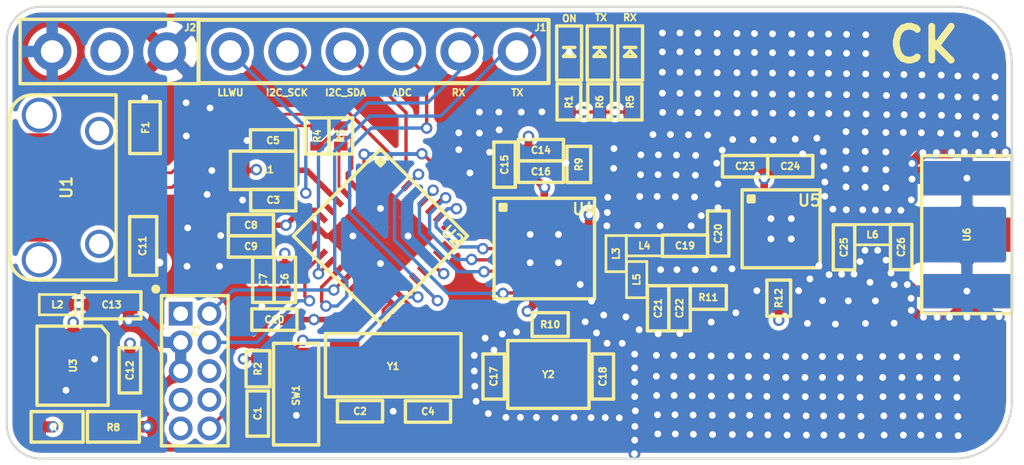
<source format=kicad_pcb>
(kicad_pcb (version 20171130) (host pcbnew "(5.1.4-0-10_14)")
  (layers (0 Signal1 signal) (1 GND power) (2 3.3V power) (31 Signal2 signal) (34 B.Paste user) (35 F.Paste user) (36 B.SilkS user) (37 F.SilkS user) (38 B.Mask user) (39 F.Mask user) (44 Edge.Cuts user))
  (net 0 "")
  (net 1 RESET)
  (net 2 GND)
  (net 3 "Net-(C2-Pad1)")
  (net 4 USB_VDD)
  (net 5 "Net-(C4-Pad1)")
  (net 6 3.3V)
  (net 7 5V)
  (net 8 "Net-(C12-Pad2)")
  (net 9 "Net-(C15-Pad1)")
  (net 10 "Net-(C17-Pad2)")
  (net 11 "Net-(C18-Pad2)")
  (net 12 "Net-(C19-Pad1)")
  (net 13 "Net-(C19-Pad2)")
  (net 14 "Net-(C21-Pad1)")
  (net 15 "Net-(C25-Pad1)")
  (net 16 "Net-(C26-Pad1)")
  (net 17 RX)
  (net 18 TX)
  (net 19 "Net-(F1-Pad1)")
  (net 20 I2C1_SDA)
  (net 21 I2C1_SCK)
  (net 22 ADC)
  (net 23 TPM0_CH0/LLWU_P6)
  (net 24 "Net-(L2-Pad1)")
  (net 25 "Net-(L3-Pad1)")
  (net 26 "Net-(L3-Pad2)")
  (net 27 "Net-(P1-Pad7)")
  (net 28 "Net-(P1-Pad9)")
  (net 29 SWD_CLK)
  (net 30 "Net-(P1-Pad6)")
  (net 31 "Net-(P1-Pad8)")
  (net 32 SWD_DIO)
  (net 33 "Net-(R3-Pad1)")
  (net 34 USB_M)
  (net 35 "Net-(R4-Pad1)")
  (net 36 USB_P)
  (net 37 "Net-(R9-Pad1)")
  (net 38 "Net-(R11-Pad1)")
  (net 39 "Net-(R12-Pad1)")
  (net 40 "Net-(U1-Pad4)")
  (net 41 CE)
  (net 42 "Net-(U2-Pad6)")
  (net 43 "Net-(U2-Pad9)")
  (net 44 "Net-(U2-Pad14)")
  (net 45 "Net-(U2-Pad21)")
  (net 46 "Net-(U2-Pad23)")
  (net 47 "Net-(U2-Pad24)")
  (net 48 CSN)
  (net 49 SPI_SCK)
  (net 50 SPI_MOSI)
  (net 51 SPI_MISO)
  (net 52 "Net-(U2-Pad29)")
  (net 53 IRQn)
  (net 54 "Net-(U5-Pad13)")
  (net 55 "Net-(U5-Pad14)")
  (net 56 "Net-(ON1-Pad2)")
  (net 57 "Net-(R5-Pad1)")
  (net 58 "Net-(R6-Pad1)")
  (module Footprints:QFN32-1EXP_5x5mm_Pitch0.5mm (layer Signal1) (at 86.005507 42.899619 315)
    (fp_text reference U2 (at 2.25 -2.25 315) (layer F.SilkS) (effects (font (size 0.5 0.5) (thickness 0.1))))
    (fp_text value MKL27Z64VFM4)
    (pad 1 smd rect (at -2.4 -1.75 315) (size 0.5 0.25) (layers Signal1 F.Paste F.Mask) (net 41 CE))
    (pad 2 smd rect (at -2.4 -1.25 315) (size 0.5 0.25) (layers Signal1 F.Paste F.Mask) (net 2 GND))
    (pad 3 smd rect (at -2.4 -0.75 315) (size 0.5 0.25) (layers Signal1 F.Paste F.Mask) (net 36 USB_P))
    (pad 4 smd rect (at -2.4 -0.25 315) (size 0.5 0.25) (layers Signal1 F.Paste F.Mask) (net 34 USB_M))
    (pad 5 smd rect (at -2.4 0.25 315) (size 0.5 0.25) (layers Signal1 F.Paste F.Mask) (net 4 USB_VDD))
    (pad 6 smd rect (at -2.4 0.75 315) (size 0.5 0.25) (layers Signal1 F.Paste F.Mask) (net 42 "Net-(U2-Pad6)"))
    (pad 7 smd rect (at -2.4 1.25 315) (size 0.5 0.25) (layers Signal1 F.Paste F.Mask) (net 6 3.3V))
    (pad 8 smd rect (at -2.4 1.75 315) (size 0.5 0.25) (layers Signal1 F.Paste F.Mask) (net 2 GND))
    (pad 9 smd rect (at -1.75 2.4 45) (size 0.5 0.25) (layers Signal1 F.Paste F.Mask) (net 43 "Net-(U2-Pad9)"))
    (pad 10 smd rect (at -1.25 2.4 45) (size 0.5 0.25) (layers Signal1 F.Paste F.Mask) (net 29 SWD_CLK))
    (pad 11 smd rect (at -0.75 2.4 45) (size 0.5 0.25) (layers Signal1 F.Paste F.Mask) (net 17 RX))
    (pad 12 smd rect (at -0.25 2.4 45) (size 0.5 0.25) (layers Signal1 F.Paste F.Mask) (net 18 TX))
    (pad 13 smd rect (at 0.25 2.4 45) (size 0.5 0.25) (layers Signal1 F.Paste F.Mask) (net 32 SWD_DIO))
    (pad 14 smd rect (at 0.75 2.4 45) (size 0.5 0.25) (layers Signal1 F.Paste F.Mask) (net 44 "Net-(U2-Pad14)"))
    (pad 15 smd rect (at 1.25 2.4 45) (size 0.5 0.25) (layers Signal1 F.Paste F.Mask) (net 6 3.3V))
    (pad 16 smd rect (at 1.75 2.4 45) (size 0.5 0.25) (layers Signal1 F.Paste F.Mask) (net 2 GND))
    (pad 17 smd rect (at 2.4 1.75 315) (size 0.5 0.25) (layers Signal1 F.Paste F.Mask) (net 3 "Net-(C2-Pad1)"))
    (pad 18 smd rect (at 2.4 1.25 315) (size 0.5 0.25) (layers Signal1 F.Paste F.Mask) (net 5 "Net-(C4-Pad1)"))
    (pad 19 smd rect (at 2.4 0.75 315) (size 0.5 0.25) (layers Signal1 F.Paste F.Mask) (net 1 RESET))
    (pad 20 smd rect (at 2.4 0.25 315) (size 0.5 0.25) (layers Signal1 F.Paste F.Mask) (net 22 ADC))
    (pad 21 smd rect (at 2.4 -0.25 315) (size 0.5 0.25) (layers Signal1 F.Paste F.Mask) (net 45 "Net-(U2-Pad21)"))
    (pad 22 smd rect (at 2.4 -0.75 315) (size 0.5 0.25) (layers Signal1 F.Paste F.Mask) (net 23 TPM0_CH0/LLWU_P6))
    (pad 23 smd rect (at 2.4 -1.25 315) (size 0.5 0.25) (layers Signal1 F.Paste F.Mask) (net 46 "Net-(U2-Pad23)"))
    (pad 24 smd rect (at 2.4 -1.75 315) (size 0.5 0.25) (layers Signal1 F.Paste F.Mask) (net 47 "Net-(U2-Pad24)"))
    (pad 25 smd rect (at 1.75 -2.4 45) (size 0.5 0.25) (layers Signal1 F.Paste F.Mask) (net 48 CSN))
    (pad 26 smd rect (at 1.25 -2.4 45) (size 0.5 0.25) (layers Signal1 F.Paste F.Mask) (net 49 SPI_SCK))
    (pad 27 smd rect (at 0.75 -2.4 45) (size 0.5 0.25) (layers Signal1 F.Paste F.Mask) (net 50 SPI_MOSI))
    (pad 28 smd rect (at 0.25 -2.4 45) (size 0.5 0.25) (layers Signal1 F.Paste F.Mask) (net 51 SPI_MISO))
    (pad 29 smd rect (at -0.25 -2.4 45) (size 0.5 0.25) (layers Signal1 F.Paste F.Mask) (net 52 "Net-(U2-Pad29)"))
    (pad 30 smd rect (at -0.75 -2.4 45) (size 0.5 0.25) (layers Signal1 F.Paste F.Mask) (net 53 IRQn))
    (pad 31 smd rect (at -1.25 -2.4 45) (size 0.5 0.25) (layers Signal1 F.Paste F.Mask) (net 20 I2C1_SDA))
    (pad 32 smd rect (at -1.75 -2.4 45) (size 0.5 0.25) (layers Signal1 F.Paste F.Mask) (net 21 I2C1_SCK))
    (pad 33 smd rect (at 0.8625 0.8625 315) (size 1.725 1.725) (layers Signal1 F.Paste F.Mask) (net 2 GND))
    (pad 33 smd rect (at 0.8625 -0.8625 315) (size 1.725 1.725) (layers Signal1 F.Paste F.Mask) (net 2 GND))
    (pad 33 smd rect (at -0.8625 0.8625 315) (size 1.725 1.725) (layers Signal1 F.Paste F.Mask) (net 2 GND))
    (pad 33 smd rect (at -0.8625 -0.8625 315) (size 1.725 1.725) (layers Signal1 F.Paste F.Mask) (net 2 GND))
  )
  (module Footprints:QFN20-1EXP_4x4mm_Pitch0.5mm (layer Signal1) (at 93.26 43.455)
    (fp_text reference U4 (at 1.75 -1.75) (layer F.SilkS) (effects (font (size 0.5 0.5) (thickness 0.1))))
    (fp_text value nRF24L01P-R7)
    (pad 1 smd rect (at -1.9 -1) (size 0.5 0.25) (layers Signal1 F.Paste F.Mask) (net 41 CE))
    (pad 2 smd rect (at -1.9 -0.5) (size 0.5 0.25) (layers Signal1 F.Paste F.Mask) (net 48 CSN))
    (pad 3 smd rect (at -1.9 0) (size 0.5 0.25) (layers Signal1 F.Paste F.Mask) (net 49 SPI_SCK))
    (pad 4 smd rect (at -1.9 0.5) (size 0.5 0.25) (layers Signal1 F.Paste F.Mask) (net 50 SPI_MOSI))
    (pad 5 smd rect (at -1.9 1) (size 0.5 0.25) (layers Signal1 F.Paste F.Mask) (net 51 SPI_MISO))
    (pad 6 smd rect (at -1 1.9 90) (size 0.5 0.25) (layers Signal1 F.Paste F.Mask) (net 53 IRQn))
    (pad 7 smd rect (at -0.5 1.9 90) (size 0.5 0.25) (layers Signal1 F.Paste F.Mask) (net 6 3.3V))
    (pad 8 smd rect (at 0 1.9 90) (size 0.5 0.25) (layers Signal1 F.Paste F.Mask) (net 2 GND))
    (pad 9 smd rect (at 0.5 1.9 90) (size 0.5 0.25) (layers Signal1 F.Paste F.Mask) (net 10 "Net-(C17-Pad2)"))
    (pad 10 smd rect (at 1 1.9 90) (size 0.5 0.25) (layers Signal1 F.Paste F.Mask) (net 11 "Net-(C18-Pad2)"))
    (pad 11 smd rect (at 1.9 1) (size 0.5 0.25) (layers Signal1 F.Paste F.Mask) (net 14 "Net-(C21-Pad1)"))
    (pad 12 smd rect (at 1.9 0.5) (size 0.5 0.25) (layers Signal1 F.Paste F.Mask) (net 25 "Net-(L3-Pad1)"))
    (pad 13 smd rect (at 1.9 0) (size 0.5 0.25) (layers Signal1 F.Paste F.Mask) (net 26 "Net-(L3-Pad2)"))
    (pad 14 smd rect (at 1.9 -0.5) (size 0.5 0.25) (layers Signal1 F.Paste F.Mask) (net 2 GND))
    (pad 15 smd rect (at 1.9 -1) (size 0.5 0.25) (layers Signal1 F.Paste F.Mask) (net 6 3.3V))
    (pad 16 smd rect (at 1 -1.9 90) (size 0.5 0.25) (layers Signal1 F.Paste F.Mask) (net 37 "Net-(R9-Pad1)"))
    (pad 17 smd rect (at 0.5 -1.9 90) (size 0.5 0.25) (layers Signal1 F.Paste F.Mask) (net 2 GND))
    (pad 18 smd rect (at 0 -1.9 90) (size 0.5 0.25) (layers Signal1 F.Paste F.Mask) (net 6 3.3V))
    (pad 19 smd rect (at -0.5 -1.9 90) (size 0.5 0.25) (layers Signal1 F.Paste F.Mask) (net 9 "Net-(C15-Pad1)"))
    (pad 20 smd rect (at -1 -1.9 90) (size 0.5 0.25) (layers Signal1 F.Paste F.Mask) (net 2 GND))
    (pad 21 smd rect (at 0.625 0.625) (size 1.25 1.25) (layers Signal1 F.Paste F.Mask) (net 2 GND))
    (pad 21 smd rect (at 0.625 -0.625) (size 1.25 1.25) (layers Signal1 F.Paste F.Mask) (net 2 GND))
    (pad 21 smd rect (at -0.625 0.625) (size 1.25 1.25) (layers Signal1 F.Paste F.Mask) (net 2 GND))
    (pad 21 smd rect (at -0.625 -0.625) (size 1.25 1.25) (layers Signal1 F.Paste F.Mask) (net 2 GND))
  )
  (module Footprints:QFN16-1EXP_3x3mm_Pitch0.5mm (layer Signal1) (at 103.745 42.58)
    (fp_text reference U5 (at 1.25 -1.25) (layer F.SilkS) (effects (font (size 0.5 0.5) (thickness 0.1))))
    (fp_text value RFX2401C)
    (pad 1 smd rect (at -1.45 -0.75) (size 0.4 0.25) (layers Signal1 F.Paste F.Mask) (net 2 GND))
    (pad 2 smd rect (at -1.45 -0.25) (size 0.4 0.25) (layers Signal1 F.Paste F.Mask) (net 2 GND))
    (pad 3 smd rect (at -1.45 0.25) (size 0.4 0.25) (layers Signal1 F.Paste F.Mask) (net 2 GND))
    (pad 4 smd rect (at -1.45 0.75) (size 0.4 0.25) (layers Signal1 F.Paste F.Mask) (net 12 "Net-(C19-Pad1)"))
    (pad 5 smd rect (at -0.75 1.45 90) (size 0.4 0.25) (layers Signal1 F.Paste F.Mask) (net 38 "Net-(R11-Pad1)"))
    (pad 6 smd rect (at -0.25 1.45 90) (size 0.4 0.25) (layers Signal1 F.Paste F.Mask) (net 39 "Net-(R12-Pad1)"))
    (pad 7 smd rect (at 0.25 1.45 90) (size 0.4 0.25) (layers Signal1 F.Paste F.Mask) (net 2 GND))
    (pad 8 smd rect (at 0.75 1.45 90) (size 0.4 0.25) (layers Signal1 F.Paste F.Mask) (net 2 GND))
    (pad 9 smd rect (at 1.45 0.75) (size 0.4 0.25) (layers Signal1 F.Paste F.Mask) (net 2 GND))
    (pad 10 smd rect (at 1.45 0.25) (size 0.4 0.25) (layers Signal1 F.Paste F.Mask) (net 15 "Net-(C25-Pad1)"))
    (pad 11 smd rect (at 1.45 -0.25) (size 0.4 0.25) (layers Signal1 F.Paste F.Mask) (net 2 GND))
    (pad 12 smd rect (at 1.45 -0.75) (size 0.4 0.25) (layers Signal1 F.Paste F.Mask) (net 2 GND))
    (pad 13 smd rect (at 0.75 -1.45 90) (size 0.4 0.25) (layers Signal1 F.Paste F.Mask) (net 54 "Net-(U5-Pad13)"))
    (pad 14 smd rect (at 0.25 -1.45 90) (size 0.4 0.25) (layers Signal1 F.Paste F.Mask) (net 55 "Net-(U5-Pad14)"))
    (pad 15 smd rect (at -0.25 -1.45 90) (size 0.4 0.25) (layers Signal1 F.Paste F.Mask) (net 2 GND))
    (pad 16 smd rect (at -0.75 -1.45 90) (size 0.4 0.25) (layers Signal1 F.Paste F.Mask) (net 6 3.3V))
    (pad 17 smd rect (at 0.4 0.4) (size 0.8 0.8) (layers Signal1 F.Paste F.Mask) (net 2 GND))
    (pad 17 smd rect (at 0.4 -0.4) (size 0.8 0.8) (layers Signal1 F.Paste F.Mask) (net 2 GND))
    (pad 17 smd rect (at -0.4 0.4) (size 0.8 0.8) (layers Signal1 F.Paste F.Mask) (net 2 GND))
    (pad 17 smd rect (at -0.4 -0.4) (size 0.8 0.8) (layers Signal1 F.Paste F.Mask) (net 2 GND))
  )
  (module Capacitors_SMD:C_0402 (layer Signal1) (at 80.57 50.76 270)
    (fp_text reference C1 (at 0 0 270) (layer F.SilkS) (effects (font (size 0.3 0.3) (thickness 0.075))))
    (fp_text value 0.1uF)
    (pad 1 smd rect (at -0.55 0 270) (size 0.6 0.5) (layers Signal1 F.Paste F.Mask) (net 1 RESET))
    (pad 2 smd rect (at 0.55 0 270) (size 0.6 0.5) (layers Signal1 F.Paste F.Mask) (net 2 GND))
  )
  (module Capacitors_SMD:C_0402 (layer Signal1) (at 85.1 50.66)
    (fp_text reference C2 (at 0 0) (layer F.SilkS) (effects (font (size 0.3 0.3) (thickness 0.075))))
    (fp_text value 15pF)
    (pad 1 smd rect (at -0.55 0) (size 0.6 0.5) (layers Signal1 F.Paste F.Mask) (net 3 "Net-(C2-Pad1)"))
    (pad 2 smd rect (at 0.55 0) (size 0.6 0.5) (layers Signal1 F.Paste F.Mask) (net 2 GND))
  )
  (module Capacitors_SMD:C_0402 (layer Signal1) (at 81.26 41.31 180)
    (fp_text reference C3 (at 0 0 180) (layer F.SilkS) (effects (font (size 0.3 0.3) (thickness 0.075))))
    (fp_text value 2.2uF)
    (pad 1 smd rect (at -0.55 0 180) (size 0.6 0.5) (layers Signal1 F.Paste F.Mask) (net 4 USB_VDD))
    (pad 2 smd rect (at 0.55 0 180) (size 0.6 0.5) (layers Signal1 F.Paste F.Mask) (net 2 GND))
  )
  (module Capacitors_SMD:C_0402 (layer Signal1) (at 88.11 50.67 180)
    (fp_text reference C4 (at 0 0 180) (layer F.SilkS) (effects (font (size 0.3 0.3) (thickness 0.075))))
    (fp_text value 15pF)
    (pad 1 smd rect (at -0.55 0 180) (size 0.6 0.5) (layers Signal1 F.Paste F.Mask) (net 5 "Net-(C4-Pad1)"))
    (pad 2 smd rect (at 0.55 0 180) (size 0.6 0.5) (layers Signal1 F.Paste F.Mask) (net 2 GND))
  )
  (module Capacitors_SMD:C_0402 (layer Signal1) (at 81.25 38.67 180)
    (fp_text reference C5 (at 0 0 180) (layer F.SilkS) (effects (font (size 0.3 0.3) (thickness 0.075))))
    (fp_text value 0.1uF)
    (pad 1 smd rect (at -0.55 0 180) (size 0.6 0.5) (layers Signal1 F.Paste F.Mask) (net 4 USB_VDD))
    (pad 2 smd rect (at 0.55 0 180) (size 0.6 0.5) (layers Signal1 F.Paste F.Mask) (net 2 GND))
  )
  (module Capacitors_SMD:C_0402 (layer Signal1) (at 81.77 44.84 270)
    (fp_text reference C6 (at 0 0 270) (layer F.SilkS) (effects (font (size 0.3 0.3) (thickness 0.075))))
    (fp_text value 1uF)
    (pad 1 smd rect (at -0.55 0 270) (size 0.6 0.5) (layers Signal1 F.Paste F.Mask) (net 6 3.3V))
    (pad 2 smd rect (at 0.55 0 270) (size 0.6 0.5) (layers Signal1 F.Paste F.Mask) (net 2 GND))
  )
  (module Capacitors_SMD:C_0402 (layer Signal1) (at 80.82 44.84 270)
    (fp_text reference C7 (at 0 0 270) (layer F.SilkS) (effects (font (size 0.3 0.3) (thickness 0.075))))
    (fp_text value 0.1uF)
    (pad 1 smd rect (at -0.55 0 270) (size 0.6 0.5) (layers Signal1 F.Paste F.Mask) (net 6 3.3V))
    (pad 2 smd rect (at 0.55 0 270) (size 0.6 0.5) (layers Signal1 F.Paste F.Mask) (net 2 GND))
  )
  (module Capacitors_SMD:C_0402 (layer Signal1) (at 80.27 42.42 180)
    (fp_text reference C8 (at 0 0 180) (layer F.SilkS) (effects (font (size 0.3 0.3) (thickness 0.075))))
    (fp_text value 1uF)
    (pad 1 smd rect (at -0.55 0 180) (size 0.6 0.5) (layers Signal1 F.Paste F.Mask) (net 6 3.3V))
    (pad 2 smd rect (at 0.55 0 180) (size 0.6 0.5) (layers Signal1 F.Paste F.Mask) (net 2 GND))
  )
  (module Capacitors_SMD:C_0402 (layer Signal1) (at 80.27 43.36 180)
    (fp_text reference C9 (at 0 0 180) (layer F.SilkS) (effects (font (size 0.3 0.3) (thickness 0.075))))
    (fp_text value 0.1uF)
    (pad 1 smd rect (at -0.55 0 180) (size 0.6 0.5) (layers Signal1 F.Paste F.Mask) (net 6 3.3V))
    (pad 2 smd rect (at 0.55 0 180) (size 0.6 0.5) (layers Signal1 F.Paste F.Mask) (net 2 GND))
  )
  (module Capacitors_SMD:C_0402 (layer Signal1) (at 81.31 46.6 180)
    (fp_text reference C10 (at 0 0 180) (layer F.SilkS) (effects (font (size 0.3 0.3) (thickness 0.075))))
    (fp_text value 0.1uF)
    (pad 1 smd rect (at -0.55 0 180) (size 0.6 0.5) (layers Signal1 F.Paste F.Mask) (net 6 3.3V))
    (pad 2 smd rect (at 0.55 0 180) (size 0.6 0.5) (layers Signal1 F.Paste F.Mask) (net 2 GND))
  )
  (module Capacitors_SMD:C_0603 (layer Signal1) (at 75.5 43.34 90)
    (fp_text reference C11 (at 0 -0.025 90) (layer F.SilkS) (effects (font (size 0.3 0.3) (thickness 0.075))))
    (fp_text value 22uF)
    (pad 1 smd rect (at -0.75 0 90) (size 0.8 0.75) (layers Signal1 F.Paste F.Mask) (net 7 5V))
    (pad 2 smd rect (at 0.75 0 90) (size 0.8 0.75) (layers Signal1 F.Paste F.Mask) (net 2 GND))
  )
  (module Capacitors_SMD:C_0402 (layer Signal1) (at 74.91 48.85 270)
    (fp_text reference C12 (at 0 0 270) (layer F.SilkS) (effects (font (size 0.3 0.3) (thickness 0.075))))
    (fp_text value 22pF)
    (pad 1 smd rect (at -0.55 0 270) (size 0.6 0.5) (layers Signal1 F.Paste F.Mask) (net 6 3.3V))
    (pad 2 smd rect (at 0.55 0 270) (size 0.6 0.5) (layers Signal1 F.Paste F.Mask) (net 8 "Net-(C12-Pad2)"))
  )
  (module Capacitors_SMD:C_0603 (layer Signal1) (at 74.1 45.97)
    (fp_text reference C13 (at 0 -0.025) (layer F.SilkS) (effects (font (size 0.3 0.3) (thickness 0.075))))
    (fp_text value 22uF)
    (pad 1 smd rect (at -0.75 0) (size 0.8 0.75) (layers Signal1 F.Paste F.Mask) (net 6 3.3V))
    (pad 2 smd rect (at 0.75 0) (size 0.8 0.75) (layers Signal1 F.Paste F.Mask) (net 2 GND))
  )
  (module Capacitors_SMD:C_0402 (layer Signal1) (at 93.11 39.1)
    (fp_text reference C14 (at 0 0) (layer F.SilkS) (effects (font (size 0.3 0.3) (thickness 0.075))))
    (fp_text value 10nF)
    (pad 1 smd rect (at -0.55 0) (size 0.6 0.5) (layers Signal1 F.Paste F.Mask) (net 6 3.3V))
    (pad 2 smd rect (at 0.55 0) (size 0.6 0.5) (layers Signal1 F.Paste F.Mask) (net 2 GND))
  )
  (module Capacitors_SMD:C_0402 (layer Signal1) (at 91.5 39.74 90)
    (fp_text reference C15 (at 0 0 90) (layer F.SilkS) (effects (font (size 0.3 0.3) (thickness 0.075))))
    (fp_text value 33nF)
    (pad 1 smd rect (at -0.55 0 90) (size 0.6 0.5) (layers Signal1 F.Paste F.Mask) (net 9 "Net-(C15-Pad1)"))
    (pad 2 smd rect (at 0.55 0 90) (size 0.6 0.5) (layers Signal1 F.Paste F.Mask) (net 2 GND))
  )
  (module Capacitors_SMD:C_0402 (layer Signal1) (at 93.11 40.05)
    (fp_text reference C16 (at 0 0) (layer F.SilkS) (effects (font (size 0.3 0.3) (thickness 0.075))))
    (fp_text value 1nF)
    (pad 1 smd rect (at -0.55 0) (size 0.6 0.5) (layers Signal1 F.Paste F.Mask) (net 6 3.3V))
    (pad 2 smd rect (at 0.55 0) (size 0.6 0.5) (layers Signal1 F.Paste F.Mask) (net 2 GND))
  )
  (module Capacitors_SMD:C_0402 (layer Signal1) (at 91.02 49.12 270)
    (fp_text reference C17 (at 0 0 270) (layer F.SilkS) (effects (font (size 0.3 0.3) (thickness 0.075))))
    (fp_text value 15pF)
    (pad 1 smd rect (at -0.55 0 270) (size 0.6 0.5) (layers Signal1 F.Paste F.Mask) (net 2 GND))
    (pad 2 smd rect (at 0.55 0 270) (size 0.6 0.5) (layers Signal1 F.Paste F.Mask) (net 10 "Net-(C17-Pad2)"))
  )
  (module Capacitors_SMD:C_0402 (layer Signal1) (at 95.85 49.12 90)
    (fp_text reference C18 (at 0 0 90) (layer F.SilkS) (effects (font (size 0.3 0.3) (thickness 0.075))))
    (fp_text value 15pF)
    (pad 1 smd rect (at -0.55 0 90) (size 0.6 0.5) (layers Signal1 F.Paste F.Mask) (net 2 GND))
    (pad 2 smd rect (at 0.55 0 90) (size 0.6 0.5) (layers Signal1 F.Paste F.Mask) (net 11 "Net-(C18-Pad2)"))
  )
  (module Capacitors_SMD:C_0402 (layer Signal1) (at 99.49 43.33 180)
    (fp_text reference C19 (at 0 0 180) (layer F.SilkS) (effects (font (size 0.3 0.3) (thickness 0.075))))
    (fp_text value 1.5pF)
    (pad 1 smd rect (at -0.55 0 180) (size 0.6 0.5) (layers Signal1 F.Paste F.Mask) (net 12 "Net-(C19-Pad1)"))
    (pad 2 smd rect (at 0.55 0 180) (size 0.6 0.5) (layers Signal1 F.Paste F.Mask) (net 13 "Net-(C19-Pad2)"))
  )
  (module Capacitors_SMD:C_0402 (layer Signal1) (at 100.96 42.79 270)
    (fp_text reference C20 (at 0 0 270) (layer F.SilkS) (effects (font (size 0.3 0.3) (thickness 0.075))))
    (fp_text value 1pF)
    (pad 1 smd rect (at -0.55 0 270) (size 0.6 0.5) (layers Signal1 F.Paste F.Mask) (net 2 GND))
    (pad 2 smd rect (at 0.55 0 270) (size 0.6 0.5) (layers Signal1 F.Paste F.Mask) (net 12 "Net-(C19-Pad1)"))
  )
  (module Capacitors_SMD:C_0402 (layer Signal1) (at 98.3 46.1 270)
    (fp_text reference C21 (at 0 0 270) (layer F.SilkS) (effects (font (size 0.3 0.3) (thickness 0.075))))
    (fp_text value 2.2nF)
    (pad 1 smd rect (at -0.55 0 270) (size 0.6 0.5) (layers Signal1 F.Paste F.Mask) (net 14 "Net-(C21-Pad1)"))
    (pad 2 smd rect (at 0.55 0 270) (size 0.6 0.5) (layers Signal1 F.Paste F.Mask) (net 2 GND))
  )
  (module Capacitors_SMD:C_0402 (layer Signal1) (at 99.25 46.1 270)
    (fp_text reference C22 (at 0 0 270) (layer F.SilkS) (effects (font (size 0.3 0.3) (thickness 0.075))))
    (fp_text value 4.7pF)
    (pad 1 smd rect (at -0.55 0 270) (size 0.6 0.5) (layers Signal1 F.Paste F.Mask) (net 14 "Net-(C21-Pad1)"))
    (pad 2 smd rect (at 0.55 0 270) (size 0.6 0.5) (layers Signal1 F.Paste F.Mask) (net 2 GND))
  )
  (module Capacitors_SMD:C_0402 (layer Signal1) (at 102.15 39.81 180)
    (fp_text reference C23 (at 0 0 180) (layer F.SilkS) (effects (font (size 0.3 0.3) (thickness 0.075))))
    (fp_text value 10nF)
    (pad 1 smd rect (at -0.55 0 180) (size 0.6 0.5) (layers Signal1 F.Paste F.Mask) (net 6 3.3V))
    (pad 2 smd rect (at 0.55 0 180) (size 0.6 0.5) (layers Signal1 F.Paste F.Mask) (net 2 GND))
  )
  (module Capacitors_SMD:C_0402 (layer Signal1) (at 104.15 39.81 180)
    (fp_text reference C24 (at 0 0 180) (layer F.SilkS) (effects (font (size 0.3 0.3) (thickness 0.075))))
    (fp_text value 0.1uF)
    (pad 1 smd rect (at -0.55 0 180) (size 0.6 0.5) (layers Signal1 F.Paste F.Mask) (net 2 GND))
    (pad 2 smd rect (at 0.55 0 180) (size 0.6 0.5) (layers Signal1 F.Paste F.Mask) (net 6 3.3V))
  )
  (module Capacitors_SMD:C_0402 (layer Signal1) (at 106.53 43.4 270)
    (fp_text reference C25 (at 0 0 270) (layer F.SilkS) (effects (font (size 0.3 0.3) (thickness 0.075))))
    (fp_text value 2pF)
    (pad 1 smd rect (at -0.55 0 270) (size 0.6 0.5) (layers Signal1 F.Paste F.Mask) (net 15 "Net-(C25-Pad1)"))
    (pad 2 smd rect (at 0.55 0 270) (size 0.6 0.5) (layers Signal1 F.Paste F.Mask) (net 2 GND))
  )
  (module Capacitors_SMD:C_0402 (layer Signal1) (at 109.06 43.39 270)
    (fp_text reference C26 (at 0 0 270) (layer F.SilkS) (effects (font (size 0.3 0.3) (thickness 0.075))))
    (fp_text value 2pF)
    (pad 1 smd rect (at -0.55 0 270) (size 0.6 0.5) (layers Signal1 F.Paste F.Mask) (net 16 "Net-(C26-Pad1)"))
    (pad 2 smd rect (at 0.55 0 270) (size 0.6 0.5) (layers Signal1 F.Paste F.Mask) (net 2 GND))
  )
  (module LEDs:LED_0603 (layer Signal1) (at 94.36 34.7993 270)
    (fp_text reference ON (at -1.5293 -0.01) (layer F.SilkS) (effects (font (size 0.3 0.3) (thickness 0.075))))
    (fp_text value LED_Small)
    (pad 2 smd rect (at 0.7493 0 90) (size 0.79756 0.79756) (layers Signal1 F.Paste F.Mask) (net 56 "Net-(ON1-Pad2)"))
    (pad 1 smd rect (at -0.7493 0 90) (size 0.79756 0.79756) (layers Signal1 F.Paste F.Mask) (net 2 GND))
  )
  (module LEDs:LED_0603 (layer Signal1) (at 97.06 34.7993 270)
    (fp_text reference RX (at -1.5693 0.01) (layer F.SilkS) (effects (font (size 0.3 0.3) (thickness 0.075))))
    (fp_text value LED_Small)
    (pad 2 smd rect (at 0.7493 0 90) (size 0.79756 0.79756) (layers Signal1 F.Paste F.Mask) (net 57 "Net-(R5-Pad1)"))
    (pad 1 smd rect (at -0.7493 0 90) (size 0.79756 0.79756) (layers Signal1 F.Paste F.Mask) (net 17 RX))
  )
  (module LEDs:LED_0603 (layer Signal1) (at 95.71 34.7993 270)
    (fp_text reference TX (at -1.5693 -0.06) (layer F.SilkS) (effects (font (size 0.3 0.3) (thickness 0.075))))
    (fp_text value LED_Small)
    (pad 2 smd rect (at 0.7493 0 90) (size 0.79756 0.79756) (layers Signal1 F.Paste F.Mask) (net 58 "Net-(R6-Pad1)"))
    (pad 1 smd rect (at -0.7493 0 90) (size 0.79756 0.79756) (layers Signal1 F.Paste F.Mask) (net 18 TX))
  )
  (module Resistors_SMD:R_0603 (layer Signal1) (at 75.58 38.1 90)
    (fp_text reference F1 (at 0 0.025 90) (layer F.SilkS) (effects (font (size 0.3 0.3) (thickness 0.075))))
    (fp_text value Fuse_Small)
    (pad 1 smd rect (at -0.75 0 90) (size 0.5 0.9) (layers Signal1 F.Paste F.Mask) (net 19 "Net-(F1-Pad1)"))
    (pad 2 smd rect (at 0.75 0 90) (size 0.5 0.9) (layers Signal1 F.Paste F.Mask) (net 7 5V))
  )
  (module Inductors_SMD:L_0402 (layer Signal1) (at 71.7 45.94)
    (fp_text reference L2 (at 0 0) (layer F.SilkS) (effects (font (size 0.3 0.3) (thickness 0.075))))
    (fp_text value 2.2uH)
    (pad 1 smd rect (at -0.45 0) (size 0.4 0.6) (layers Signal1 F.Paste F.Mask) (net 24 "Net-(L2-Pad1)"))
    (pad 2 smd rect (at 0.45 0) (size 0.4 0.6) (layers Signal1 F.Paste F.Mask) (net 6 3.3V))
  )
  (module Inductors_SMD:L_0402 (layer Signal1) (at 96.44 43.68 90)
    (fp_text reference L3 (at 0 0 90) (layer F.SilkS) (effects (font (size 0.3 0.3) (thickness 0.075))))
    (fp_text value 8.2nH)
    (pad 1 smd rect (at -0.45 0 90) (size 0.4 0.6) (layers Signal1 F.Paste F.Mask) (net 25 "Net-(L3-Pad1)"))
    (pad 2 smd rect (at 0.45 0 90) (size 0.4 0.6) (layers Signal1 F.Paste F.Mask) (net 26 "Net-(L3-Pad2)"))
  )
  (module Inductors_SMD:L_0402 (layer Signal1) (at 97.69 43.33)
    (fp_text reference L4 (at 0 0) (layer F.SilkS) (effects (font (size 0.3 0.3) (thickness 0.075))))
    (fp_text value 3.9nH)
    (pad 1 smd rect (at -0.45 0) (size 0.4 0.6) (layers Signal1 F.Paste F.Mask) (net 26 "Net-(L3-Pad2)"))
    (pad 2 smd rect (at 0.45 0) (size 0.4 0.6) (layers Signal1 F.Paste F.Mask) (net 13 "Net-(C19-Pad2)"))
  )
  (module Inductors_SMD:L_0402 (layer Signal1) (at 97.35 44.83 270)
    (fp_text reference L5 (at 0 0 270) (layer F.SilkS) (effects (font (size 0.3 0.3) (thickness 0.075))))
    (fp_text value 2.7nH)
    (pad 1 smd rect (at -0.45 0 270) (size 0.4 0.6) (layers Signal1 F.Paste F.Mask) (net 25 "Net-(L3-Pad1)"))
    (pad 2 smd rect (at 0.45 0 270) (size 0.4 0.6) (layers Signal1 F.Paste F.Mask) (net 14 "Net-(C21-Pad1)"))
  )
  (module Inductors_SMD:L_0402 (layer Signal1) (at 107.79 42.84 180)
    (fp_text reference L6 (at 0 0 180) (layer F.SilkS) (effects (font (size 0.3 0.3) (thickness 0.075))))
    (fp_text value 1.5nH)
    (pad 1 smd rect (at -0.45 0 180) (size 0.4 0.6) (layers Signal1 F.Paste F.Mask) (net 16 "Net-(C26-Pad1)"))
    (pad 2 smd rect (at 0.45 0 180) (size 0.4 0.6) (layers Signal1 F.Paste F.Mask) (net 15 "Net-(C25-Pad1)"))
  )
  (module Pin_Headers:Pin_Header_Straight_2x05_Pitch1.27mm (layer Signal1) (at 77.81 48.89)
    (fp_text reference P1 (at 0.02 -1.81 270) (layer F.SilkS) (effects (font (size 0.3 0.3) (thickness 0.075))))
    (fp_text value SWD/JTAG)
    (pad 1 thru_hole rect (at -0.65 -2.55) (size 1.05 1.05) (drill 0.65) (layers *.Cu *.Mask) (net 6 3.3V))
    (pad 3 thru_hole circle (at -0.65 -1.28) (size 1.05 1.05) (drill 0.65) (layers *.Cu *.Mask) (net 2 GND))
    (pad 5 thru_hole circle (at -0.65 -0.01) (size 1.05 1.05) (drill 0.65) (layers *.Cu *.Mask) (net 2 GND))
    (pad 7 thru_hole circle (at -0.65 1.26) (size 1.05 1.05) (drill 0.65) (layers *.Cu *.Mask) (net 27 "Net-(P1-Pad7)"))
    (pad 9 thru_hole circle (at -0.65 2.53) (size 1.05 1.05) (drill 0.65) (layers *.Cu *.Mask) (net 28 "Net-(P1-Pad9)"))
    (pad 4 thru_hole circle (at 0.62 -1.28) (size 1.05 1.05) (drill 0.65) (layers *.Cu *.Mask) (net 29 SWD_CLK))
    (pad 6 thru_hole circle (at 0.62 -0.01) (size 1.05 1.05) (drill 0.65) (layers *.Cu *.Mask) (net 30 "Net-(P1-Pad6)"))
    (pad 8 thru_hole circle (at 0.62 1.26) (size 1.05 1.05) (drill 0.65) (layers *.Cu *.Mask) (net 31 "Net-(P1-Pad8)"))
    (pad 10 thru_hole circle (at 0.62 2.53) (size 1.05 1.05) (drill 0.65) (layers *.Cu *.Mask) (net 1 RESET))
    (pad 2 thru_hole circle (at 0.62 -2.55) (size 1.05 1.05) (drill 0.65) (layers *.Cu *.Mask) (net 32 SWD_DIO))
  )
  (module Resistors_SMD:R_0402 (layer Signal1) (at 94.35 36.96 270)
    (fp_text reference R1 (at 0 0 270) (layer F.SilkS) (effects (font (size 0.3 0.3) (thickness 0.075))))
    (fp_text value 1K)
    (pad 1 smd rect (at -0.45 0 270) (size 0.4 0.6) (layers Signal1 F.Paste F.Mask) (net 56 "Net-(ON1-Pad2)"))
    (pad 2 smd rect (at 0.45 0 270) (size 0.4 0.6) (layers Signal1 F.Paste F.Mask) (net 6 3.3V))
  )
  (module Resistors_SMD:R_0402 (layer Signal1) (at 80.58 48.78 270)
    (fp_text reference R2 (at 0 0 270) (layer F.SilkS) (effects (font (size 0.3 0.3) (thickness 0.075))))
    (fp_text value 10K)
    (pad 1 smd rect (at -0.45 0 270) (size 0.4 0.6) (layers Signal1 F.Paste F.Mask) (net 6 3.3V))
    (pad 2 smd rect (at 0.45 0 270) (size 0.4 0.6) (layers Signal1 F.Paste F.Mask) (net 1 RESET))
  )
  (module Resistors_SMD:R_0402 (layer Signal1) (at 84.25 38.47 270)
    (fp_text reference R3 (at 0 0 270) (layer F.SilkS) (effects (font (size 0.3 0.3) (thickness 0.075))))
    (fp_text value 33)
    (pad 1 smd rect (at -0.45 0 270) (size 0.4 0.6) (layers Signal1 F.Paste F.Mask) (net 33 "Net-(R3-Pad1)"))
    (pad 2 smd rect (at 0.45 0 270) (size 0.4 0.6) (layers Signal1 F.Paste F.Mask) (net 34 USB_M))
  )
  (module Resistors_SMD:R_0402 (layer Signal1) (at 83.2 38.47 270)
    (fp_text reference R4 (at 0 0 270) (layer F.SilkS) (effects (font (size 0.3 0.3) (thickness 0.075))))
    (fp_text value 33)
    (pad 1 smd rect (at -0.45 0 270) (size 0.4 0.6) (layers Signal1 F.Paste F.Mask) (net 35 "Net-(R4-Pad1)"))
    (pad 2 smd rect (at 0.45 0 270) (size 0.4 0.6) (layers Signal1 F.Paste F.Mask) (net 36 USB_P))
  )
  (module Resistors_SMD:R_0402 (layer Signal1) (at 97.06 36.96 270)
    (fp_text reference R5 (at 0 0 270) (layer F.SilkS) (effects (font (size 0.3 0.3) (thickness 0.075))))
    (fp_text value 33)
    (pad 1 smd rect (at -0.45 0 270) (size 0.4 0.6) (layers Signal1 F.Paste F.Mask) (net 57 "Net-(R5-Pad1)"))
    (pad 2 smd rect (at 0.45 0 270) (size 0.4 0.6) (layers Signal1 F.Paste F.Mask) (net 6 3.3V))
  )
  (module Resistors_SMD:R_0402 (layer Signal1) (at 95.71 36.96 270)
    (fp_text reference R6 (at 0 0 270) (layer F.SilkS) (effects (font (size 0.3 0.3) (thickness 0.075))))
    (fp_text value 33)
    (pad 1 smd rect (at -0.45 0 270) (size 0.4 0.6) (layers Signal1 F.Paste F.Mask) (net 58 "Net-(R6-Pad1)"))
    (pad 2 smd rect (at 0.45 0 270) (size 0.4 0.6) (layers Signal1 F.Paste F.Mask) (net 6 3.3V))
  )
  (module Resistors_SMD:R_0603 (layer Signal1) (at 71.69 51.35)
    (fp_text reference R7 (at 0 0.025) (layer F.SilkS) (effects (font (size 0.3 0.3) (thickness 0.075))))
    (fp_text value 470K)
    (pad 1 smd rect (at -0.75 0) (size 0.5 0.9) (layers Signal1 F.Paste F.Mask) (net 6 3.3V))
    (pad 2 smd rect (at 0.75 0) (size 0.5 0.9) (layers Signal1 F.Paste F.Mask) (net 8 "Net-(C12-Pad2)"))
  )
  (module Resistors_SMD:R_0603 (layer Signal1) (at 74.18 51.35)
    (fp_text reference R8 (at 0 0.025) (layer F.SilkS) (effects (font (size 0.3 0.3) (thickness 0.075))))
    (fp_text value 105K)
    (pad 1 smd rect (at -0.75 0) (size 0.5 0.9) (layers Signal1 F.Paste F.Mask) (net 8 "Net-(C12-Pad2)"))
    (pad 2 smd rect (at 0.75 0) (size 0.5 0.9) (layers Signal1 F.Paste F.Mask) (net 2 GND))
  )
  (module Resistors_SMD:R_0402 (layer Signal1) (at 94.79 39.73 90)
    (fp_text reference R9 (at 0 0 90) (layer F.SilkS) (effects (font (size 0.3 0.3) (thickness 0.075))))
    (fp_text value 22K)
    (pad 1 smd rect (at -0.45 0 90) (size 0.4 0.6) (layers Signal1 F.Paste F.Mask) (net 37 "Net-(R9-Pad1)"))
    (pad 2 smd rect (at 0.45 0 90) (size 0.4 0.6) (layers Signal1 F.Paste F.Mask) (net 2 GND))
  )
  (module Resistors_SMD:R_0402 (layer Signal1) (at 93.52 46.82)
    (fp_text reference R10 (at 0 0) (layer F.SilkS) (effects (font (size 0.3 0.3) (thickness 0.075))))
    (fp_text value 1M)
    (pad 1 smd rect (at -0.45 0) (size 0.4 0.6) (layers Signal1 F.Paste F.Mask) (net 10 "Net-(C17-Pad2)"))
    (pad 2 smd rect (at 0.45 0) (size 0.4 0.6) (layers Signal1 F.Paste F.Mask) (net 11 "Net-(C18-Pad2)"))
  )
  (module Resistors_SMD:R_0402 (layer Signal1) (at 100.52 45.62 180)
    (fp_text reference R11 (at 0 0 180) (layer F.SilkS) (effects (font (size 0.3 0.3) (thickness 0.075))))
    (fp_text value 1K)
    (pad 1 smd rect (at -0.45 0 180) (size 0.4 0.6) (layers Signal1 F.Paste F.Mask) (net 38 "Net-(R11-Pad1)"))
    (pad 2 smd rect (at 0.45 0 180) (size 0.4 0.6) (layers Signal1 F.Paste F.Mask) (net 14 "Net-(C21-Pad1)"))
  )
  (module Resistors_SMD:R_0402 (layer Signal1) (at 103.64 45.65 270)
    (fp_text reference R12 (at 0 0 270) (layer F.SilkS) (effects (font (size 0.3 0.3) (thickness 0.075))))
    (fp_text value 1K)
    (pad 1 smd rect (at -0.45 0 270) (size 0.4 0.6) (layers Signal1 F.Paste F.Mask) (net 39 "Net-(R12-Pad1)"))
    (pad 2 smd rect (at 0.45 0 270) (size 0.4 0.6) (layers Signal1 F.Paste F.Mask) (net 6 3.3V))
  )
  (module CustomFootprints:B3U_Button (layer Signal1) (at 82.27 49.95 90)
    (fp_text reference SW1 (at 0 0 90) (layer F.SilkS) (effects (font (size 0.3 0.3) (thickness 0.075))))
    (fp_text value RST_Button)
    (pad 1 smd rect (at -1.6 0 90) (size 0.8 1.7) (layers Signal1 F.Paste F.Mask) (net 2 GND) (clearance 0.1))
    (pad 2 smd rect (at 1.7 0 90) (size 0.8 1.7) (layers Signal1 F.Paste F.Mask) (net 1 RESET) (clearance 0.1))
  )
  (module CustomFootprints:32.768Khz (layer Signal1) (at 86.57 48.67 180)
    (fp_text reference Y1 (at 0 0 180) (layer F.SilkS) (effects (font (size 0.3 0.3) (thickness 0.075))))
    (fp_text value 32.768Khz)
    (pad 1 smd rect (at -2.05 0.05 180) (size 1.3 2.2) (layers Signal1 F.Paste F.Mask) (net 5 "Net-(C4-Pad1)") (clearance 0.1))
    (pad 2 smd rect (at 2.15 0.05 180) (size 1.3 2.2) (layers Signal1 F.Paste F.Mask) (net 3 "Net-(C2-Pad1)") (clearance 0.1))
  )
  (module CustomFootprints:16Mhz (layer Signal1) (at 93.44 49.03)
    (fp_text reference Y2 (at 0 0) (layer F.SilkS) (effects (font (size 0.3 0.3) (thickness 0.075))))
    (fp_text value 16Mhz)
    (pad 4 smd rect (at -1.1 -0.9) (size 1.3 1.05) (layers Signal1 F.Paste F.Mask) (net 2 GND))
    (pad 3 smd rect (at 1.1 -0.9) (size 1.3 1.05) (layers Signal1 F.Paste F.Mask) (net 11 "Net-(C18-Pad2)"))
    (pad 2 smd rect (at 1.1 0.9) (size 1.3 1.05) (layers Signal1 F.Paste F.Mask) (net 2 GND))
    (pad 1 smd rect (at -1.1 0.9) (size 1.3 1.05) (layers Signal1 F.Paste F.Mask) (net 10 "Net-(C17-Pad2)"))
  )
  (module TO_SOT_Packages_SMD:SOT-23-5 (layer Signal1) (at 72.4 48.64 270)
    (fp_text reference U3 (at 0 0 270) (layer F.SilkS) (effects (font (size 0.3 0.3) (thickness 0.075))))
    (fp_text value AP3429AKTTR)
    (pad 1 smd rect (at -1.1 -0.95 270) (size 1.06 0.65) (layers Signal1 F.Paste F.Mask) (net 7 5V))
    (pad 2 smd rect (at -1.1 0 270) (size 1.06 0.65) (layers Signal1 F.Paste F.Mask) (net 2 GND))
    (pad 3 smd rect (at -1.1 0.95 270) (size 1.06 0.65) (layers Signal1 F.Paste F.Mask) (net 24 "Net-(L2-Pad1)"))
    (pad 4 smd rect (at 1.1 0.95 270) (size 1.06 0.65) (layers Signal1 F.Paste F.Mask) (net 7 5V))
    (pad 5 smd rect (at 1.1 -0.95 270) (size 1.06 0.65) (layers Signal1 F.Paste F.Mask) (net 8 "Net-(C12-Pad2)"))
  )
  (module CustomFootprints:SMA_CONN (layer Signal1) (at 111.97 42.84 270)
    (fp_text reference U6 (at 0 0 270) (layer F.SilkS) (effects (font (size 0.3 0.3) (thickness 0.075))))
    (fp_text value SMA_CONN)
    (pad 1 smd rect (at 0 0 270) (size 1.52 4.06) (layers Signal1 F.Paste F.Mask) (net 16 "Net-(C26-Pad1)"))
    (pad 2 smd rect (at 2.5 0 270) (size 1.52 4.06) (layers Signal1 F.Paste F.Mask) (net 2 GND))
    (pad 3 smd rect (at -2.5 0 270) (size 1.52 4.06) (layers Signal1 F.Paste F.Mask) (net 2 GND))
    (pad 4 smd rect (at -2.5 0 270) (size 1.52 4.06) (layers Signal2 B.Paste B.Mask) (net 2 GND))
    (pad 5 smd rect (at 2.5 0 270) (size 1.52 4.06) (layers Signal2 B.Paste B.Mask) (net 2 GND))
  )
  (module Inductors_SMD:L_0805 (layer Signal1) (at 80.81 39.99)
    (fp_text reference L1 (at 0.21 -0.03) (layer F.SilkS) (effects (font (size 0.3 0.3) (thickness 0.075))))
    (fp_text value "330 Ohm")
    (pad 1 smd rect (at -0.95 0) (size 0.7 1.3) (layers Signal1 F.Paste F.Mask) (net 6 3.3V))
    (pad 2 smd rect (at 0.95 0) (size 0.7 1.3) (layers Signal1 F.Paste F.Mask) (net 4 USB_VDD))
  )
  (module Pin_Headers:Pin_Header_Straight_1x06_Pitch2.54mm (layer Signal1) (at 92.05 34.73 270)
    (fp_text reference J1 (at -1.06 -1.04) (layer F.SilkS) (effects (font (size 0.3 0.3) (thickness 0.075))))
    (fp_text value GPIO)
    (pad 1 thru_hole circle (at 0 0 270) (size 1.7 1.7) (drill 1) (layers *.Cu *.Mask) (net 18 TX))
    (pad 2 thru_hole oval (at 0 2.54 270) (size 1.7 1.7) (drill 1) (layers *.Cu *.Mask) (net 17 RX))
    (pad 3 thru_hole oval (at 0 5.08 270) (size 1.7 1.7) (drill 1) (layers *.Cu *.Mask) (net 22 ADC))
    (pad 4 thru_hole oval (at 0 7.62 270) (size 1.7 1.7) (drill 1) (layers *.Cu *.Mask) (net 20 I2C1_SDA))
    (pad 5 thru_hole oval (at 0 10.16 270) (size 1.7 1.7) (drill 1) (layers *.Cu *.Mask) (net 21 I2C1_SCK))
    (pad 6 thru_hole oval (at 0 12.7 270) (size 1.7 1.7) (drill 1) (layers *.Cu *.Mask) (net 23 TPM0_CH0/LLWU_P6))
  )
  (module Pin_Headers:Pin_Header_Straight_1x03_Pitch2.54mm (layer Signal1) (at 76.55 34.73 270)
    (fp_text reference J2 (at -1.06 -1.03) (layer F.SilkS) (effects (font (size 0.3 0.3) (thickness 0.075))))
    (fp_text value POWER)
    (pad 1 thru_hole circle (at 0 0 270) (size 1.7 1.7) (drill 1) (layers *.Cu *.Mask) (net 2 GND))
    (pad 2 thru_hole oval (at 0 2.54 270) (size 1.7 1.7) (drill 1) (layers *.Cu *.Mask) (net 6 3.3V))
    (pad 3 thru_hole oval (at 0 5.08 270) (size 1.7 1.7) (drill 1) (layers *.Cu *.Mask) (net 7 5V))
  )
  (module Footprints:USB_MicroB-TH (layer Signal1) (at 72.1 40.75 270)
    (fp_text reference U1 (at 0 0 270) (layer F.SilkS) (effects (font (size 0.5 0.5) (thickness 0.1))))
    (fp_text value MICRO-USB-B)
    (pad 5 smd rect (at 1.3 -1.45 270) (size 0.4 1.35) (layers Signal1 F.Paste F.Mask) (net 2 GND))
    (pad 4 smd rect (at 0.65 -1.45 270) (size 0.4 1.35) (layers Signal1 F.Paste F.Mask) (net 40 "Net-(U1-Pad4)"))
    (pad 3 smd rect (at 0 -1.45 270) (size 0.4 1.35) (layers Signal1 F.Paste F.Mask) (net 35 "Net-(R4-Pad1)"))
    (pad 2 smd rect (at -0.65 -1.45 270) (size 0.4 1.35) (layers Signal1 F.Paste F.Mask) (net 33 "Net-(R3-Pad1)"))
    (pad 1 smd rect (at -1.3 -1.45 270) (size 0.4 1.35) (layers Signal1 F.Paste F.Mask) (net 19 "Net-(F1-Pad1)"))
    (pad "" thru_hole oval (at 2.5 -1.45 270) (size 1.25 1.25) (drill oval 0.9) (layers *.Cu *.Mask))
    (pad "" thru_hole oval (at -2.5 -1.45 270) (size 1.25 1.25) (drill oval 0.9) (layers *.Cu *.Mask))
    (pad "" thru_hole oval (at -3.2 1.2 270) (size 1.55 1.55) (drill oval 1.2) (layers *.Cu *.Mask))
    (pad "" thru_hole oval (at 3.2 1.2 270) (size 1.55 1.55) (drill oval 1.2) (layers *.Cu *.Mask))
    (pad "" smd rect (at 0 1.25 270) (size 4.8 1.55) (layers Signal1 F.Paste F.Mask))
  )
  (gr_circle (center 76.06 45.25) (end 75.96 45.25) (layer F.SilkS) (width 0.2))
  (gr_text TX (at 92.06 36.55) (layer F.SilkS) (effects (font (size 0.3 0.3) (thickness 0.075))))
  (gr_text RX (at 89.46 36.55) (layer F.SilkS) (effects (font (size 0.3 0.3) (thickness 0.075))))
  (gr_text ADC (at 86.96 36.55) (layer F.SilkS) (effects (font (size 0.3 0.3) (thickness 0.075))))
  (gr_text I2C_SDA (at 84.46 36.55) (layer F.SilkS) (effects (font (size 0.3 0.3) (thickness 0.075))))
  (gr_text I2C_SCK (at 81.86 36.55) (layer F.SilkS) (effects (font (size 0.3 0.3) (thickness 0.075))))
  (gr_text LLWU (at 79.36 36.55) (layer F.SilkS) (effects (font (size 0.3 0.3) (thickness 0.075))))
  (gr_text CK (at 110.0582 34.29 180) (layer F.SilkS) (effects (font (size 1.5 1.5) (thickness 0.3)) (justify mirror)))
  (gr_arc (start 70.96 51.25) (end 70.96 52.75) (angle 90) (layer Edge.Cuts) (width 0.1))
  (gr_arc (start 70.96 34.25) (end 69.46 34.25) (angle 90) (layer Edge.Cuts) (width 0.1))
  (gr_arc (start 111.46 50.25) (end 113.96 50.25) (angle 90) (layer Edge.Cuts) (width 0.1))
  (gr_arc (start 111.46 35.25) (end 111.46 32.75) (angle 90) (layer Edge.Cuts) (width 0.1))
  (gr_line (start 69.46 51.25) (end 69.46 34.25) (layer Edge.Cuts) (width 0.1))
  (gr_line (start 111.46 52.75) (end 70.96 52.75) (layer Edge.Cuts) (width 0.1))
  (gr_line (start 113.96 35.25) (end 113.96 50.25) (layer Edge.Cuts) (width 0.1))
  (gr_line (start 70.96 32.75) (end 111.46 32.75) (layer Edge.Cuts) (width 0.1))
  (segment (start 78.43 51.42) (end 78.954999 50.895001) (width 0.15) (layer Signal1) (net 1))
  (segment (start 79.284999 50.895001) (end 79.97 50.21) (width 0.15) (layer Signal1) (net 1))
  (segment (start 78.954999 50.895001) (end 79.284999 50.895001) (width 0.15) (layer Signal1) (net 1))
  (segment (start 87.66 45.6) (end 87.645228 45.6) (width 0.15) (layer Signal1) (net 1))
  (segment (start 87.645228 45.6) (end 87.172233 45.127005) (width 0.15) (layer Signal1) (net 1))
  (segment (start 85.02 47.52) (end 86.94 45.6) (width 0.15) (layer Signal2) (net 1))
  (segment (start 86.94 45.6) (end 87.66 45.6) (width 0.15) (layer Signal2) (net 1))
  (via (at 87.66 45.6) (size 0.508) (drill 0.3) (layers Signal1 Signal2) (net 1))
  (segment (start 82.57 47.52) (end 85.02 47.52) (width 0.15) (layer Signal2) (net 1))
  (segment (start 82.27 48.25) (end 82.27 47.82) (width 0.15) (layer Signal1) (net 1))
  (segment (start 82.27 47.82) (end 82.57 47.52) (width 0.15) (layer Signal1) (net 1))
  (via (at 82.57 47.52) (size 0.508) (drill 0.3) (layers Signal1 Signal2) (net 1))
  (segment (start 80.58 49.23) (end 81.84 49.23) (width 0.15) (layer Signal1) (net 1))
  (segment (start 81.84 49.23) (end 82.27 48.8) (width 0.15) (layer Signal1) (net 1))
  (segment (start 82.27 48.8) (end 82.27 48.25) (width 0.15) (layer Signal1) (net 1))
  (segment (start 80.57 50.21) (end 80.57 49.24) (width 0.15) (layer Signal1) (net 1))
  (segment (start 80.57 49.24) (end 80.58 49.23) (width 0.15) (layer Signal1) (net 1))
  (segment (start 79.97 50.21) (end 80.57 50.21) (width 0.15) (layer Signal1) (net 1))
  (segment (start 73.55 42.05) (end 74.96 42.05) (width 0.5) (layer Signal1) (net 2))
  (segment (start 104.505 41.82) (end 104.515 41.83) (width 0.342) (layer Signal1) (net 2))
  (segment (start 104.515 41.83) (end 105.195 41.83) (width 0.342) (layer Signal1) (net 2))
  (segment (start 104.195 42.13) (end 104.505 41.82) (width 0.342) (layer Signal1) (net 2))
  (segment (start 105.195 41.83) (end 105.92 41.83) (width 0.342) (layer Signal1) (net 2))
  (segment (start 105.92 41.83) (end 106.04 41.71) (width 0.342) (layer Signal1) (net 2))
  (segment (start 104.495 44.03) (end 105.24 44.03) (width 0.342) (layer Signal1) (net 2))
  (segment (start 105.24 44.03) (end 105.42 44.21) (width 0.342) (layer Signal1) (net 2))
  (segment (start 105.195 43.33) (end 105.195 43.985) (width 0.342) (layer Signal1) (net 2))
  (segment (start 105.195 43.985) (end 105.42 44.21) (width 0.342) (layer Signal1) (net 2))
  (segment (start 104.495 44.03) (end 104.495 43.33) (width 0.342) (layer Signal1) (net 2))
  (segment (start 104.495 43.33) (end 104.195 43.03) (width 0.342) (layer Signal1) (net 2))
  (segment (start 103.995 44.03) (end 104.495 44.03) (width 0.342) (layer Signal1) (net 2))
  (segment (start 94.36 34.05) (end 94.36 34.75) (width 0.15) (layer Signal1) (net 2))
  (via (at 94.36 34.75) (size 0.508) (drill 0.3) (layers Signal1 Signal2) (net 2))
  (segment (start 103.39 38.64) (end 104.34 38.64) (width 0.5) (layer Signal1) (net 2))
  (segment (start 104.34 38.64) (end 104.37 38.61) (width 0.5) (layer Signal1) (net 2))
  (segment (start 102.51 38.64) (end 103.39 38.64) (width 0.5) (layer Signal2) (net 2))
  (via (at 103.39 38.64) (size 0.508) (drill 0.3) (layers Signal1 Signal2) (net 2))
  (segment (start 101.6 38.63) (end 102.5 38.63) (width 0.5) (layer Signal1) (net 2))
  (segment (start 102.5 38.63) (end 102.51 38.64) (width 0.5) (layer Signal1) (net 2))
  (via (at 102.51 38.64) (size 0.508) (drill 0.3) (layers Signal1 Signal2) (net 2))
  (segment (start 100.948185 40.593678) (end 100.948185 39.732362) (width 0.5) (layer Signal1) (net 2))
  (segment (start 100.948185 39.732362) (end 100.892744 39.676921) (width 0.5) (layer Signal1) (net 2))
  (segment (start 100.95 40.595493) (end 100.948185 40.593678) (width 0.5) (layer Signal2) (net 2))
  (segment (start 100.95 41.65) (end 100.95 40.595493) (width 0.5) (layer Signal2) (net 2))
  (via (at 100.948185 40.593678) (size 0.508) (drill 0.3) (layers Signal1 Signal2) (net 2))
  (segment (start 99.76 42.45) (end 98.39 42.45) (width 0.5) (layer Signal2) (net 2))
  (segment (start 97.417798 42.45) (end 97.400042 42.432244) (width 0.5) (layer Signal1) (net 2))
  (segment (start 98.39 42.45) (end 97.417798 42.45) (width 0.5) (layer Signal1) (net 2))
  (segment (start 97.387798 42.42) (end 97.400042 42.432244) (width 0.5) (layer Signal2) (net 2))
  (segment (start 97.17 42.42) (end 97.387798 42.42) (width 0.5) (layer Signal2) (net 2))
  (segment (start 96.6 42.43) (end 97.397798 42.43) (width 0.5) (layer Signal2) (net 2))
  (segment (start 97.397798 42.43) (end 97.400042 42.432244) (width 0.5) (layer Signal2) (net 2))
  (via (at 97.400042 42.432244) (size 0.508) (drill 0.3) (layers Signal1 Signal2) (net 2))
  (segment (start 77.4 37) (end 78.23 37) (width 0.5) (layer Signal2) (net 2))
  (segment (start 78.23 37) (end 78.46 37.23) (width 0.5) (layer Signal2) (net 2))
  (via (at 78.46 37.23) (size 0.508) (drill 0.3) (layers Signal1 Signal2) (net 2))
  (segment (start 77.41 38.47) (end 77.41 37.01) (width 0.5) (layer Signal1) (net 2))
  (segment (start 77.41 37.01) (end 77.4 37) (width 0.5) (layer Signal1) (net 2))
  (via (at 77.4 37) (size 0.508) (drill 0.3) (layers Signal1 Signal2) (net 2))
  (segment (start 78.54 40) (end 78.54 39.6) (width 0.5) (layer Signal2) (net 2))
  (segment (start 78.54 39.6) (end 77.41 38.47) (width 0.5) (layer Signal2) (net 2))
  (via (at 77.41 38.47) (size 0.508) (drill 0.3) (layers Signal1 Signal2) (net 2))
  (segment (start 78.33 41.06) (end 78.33 40.21) (width 0.5) (layer Signal1) (net 2))
  (segment (start 78.33 40.21) (end 78.54 40) (width 0.5) (layer Signal1) (net 2))
  (via (at 78.54 40) (size 0.508) (drill 0.3) (layers Signal1 Signal2) (net 2))
  (segment (start 78.33 41.06) (end 79.65 41.06) (width 0.5) (layer Signal1) (net 2))
  (segment (start 79.65 41.06) (end 79.9 41.31) (width 0.5) (layer Signal1) (net 2))
  (segment (start 77.47 42.54) (end 77.47 41.92) (width 0.5) (layer Signal2) (net 2))
  (segment (start 77.47 41.92) (end 78.33 41.06) (width 0.5) (layer Signal2) (net 2))
  (via (at 78.33 41.06) (size 0.508) (drill 0.3) (layers Signal1 Signal2) (net 2))
  (segment (start 77.44 44.24) (end 77.44 42.57) (width 0.5) (layer Signal1) (net 2))
  (segment (start 77.44 42.57) (end 77.47 42.54) (width 0.5) (layer Signal1) (net 2))
  (via (at 77.47 42.54) (size 0.508) (drill 0.3) (layers Signal1 Signal2) (net 2))
  (segment (start 78.88 44.24) (end 77.44 44.24) (width 0.5) (layer Signal2) (net 2))
  (via (at 77.44 44.24) (size 0.508) (drill 0.3) (layers Signal1 Signal2) (net 2))
  (segment (start 78.93 42.88) (end 78.93 44.19) (width 0.5) (layer Signal1) (net 2))
  (segment (start 78.93 44.19) (end 78.88 44.24) (width 0.5) (layer Signal1) (net 2))
  (via (at 78.88 44.24) (size 0.508) (drill 0.3) (layers Signal1 Signal2) (net 2))
  (segment (start 99.13 44.39) (end 98.41 44.39) (width 0.5) (layer Signal2) (net 2))
  (via (at 98.41 44.39) (size 0.508) (drill 0.3) (layers Signal1 Signal2) (net 2))
  (segment (start 99.94 44.39) (end 99.13 44.39) (width 0.5) (layer Signal1) (net 2))
  (via (at 99.13 44.39) (size 0.508) (drill 0.3) (layers Signal1 Signal2) (net 2))
  (segment (start 100.77 44.36) (end 99.97 44.36) (width 0.5) (layer Signal2) (net 2))
  (segment (start 99.97 44.36) (end 99.94 44.39) (width 0.5) (layer Signal2) (net 2))
  (via (at 99.94 44.39) (size 0.508) (drill 0.3) (layers Signal1 Signal2) (net 2))
  (segment (start 101.57 44.35) (end 100.78 44.35) (width 0.5) (layer Signal1) (net 2))
  (segment (start 100.78 44.35) (end 100.77 44.36) (width 0.5) (layer Signal1) (net 2))
  (via (at 100.77 44.36) (size 0.508) (drill 0.3) (layers Signal1 Signal2) (net 2))
  (segment (start 103.295 43.065) (end 102.01 44.35) (width 0.5) (layer Signal2) (net 2))
  (segment (start 102.01 44.35) (end 101.57 44.35) (width 0.5) (layer Signal2) (net 2))
  (via (at 101.57 44.35) (size 0.508) (drill 0.3) (layers Signal1 Signal2) (net 2))
  (segment (start 103.295 43.03) (end 103.295 43.065) (width 0.5) (layer Signal2) (net 2))
  (segment (start 95.85 49.67) (end 95.85 50.83) (width 0.5) (layer Signal1) (net 2))
  (segment (start 95.85 50.83) (end 95.96 50.94) (width 0.5) (layer Signal1) (net 2))
  (segment (start 96.58 50.95) (end 96.98 50.95) (width 0.5) (layer Signal1) (net 2))
  (segment (start 96.98 50.95) (end 97.29 50.64) (width 0.5) (layer Signal1) (net 2))
  (segment (start 95.96 50.94) (end 96.57 50.94) (width 0.5) (layer Signal2) (net 2))
  (segment (start 96.57 50.94) (end 96.58 50.95) (width 0.5) (layer Signal2) (net 2))
  (via (at 96.58 50.95) (size 0.508) (drill 0.3) (layers Signal1 Signal2) (net 2))
  (segment (start 95.33 50.94) (end 95.96 50.94) (width 0.5) (layer Signal1) (net 2))
  (via (at 95.96 50.94) (size 0.508) (drill 0.3) (layers Signal1 Signal2) (net 2))
  (segment (start 95.33 50.94) (end 95.35 50.94) (width 0.5) (layer Signal1) (net 2))
  (segment (start 94.58 50.93) (end 95.32 50.93) (width 0.5) (layer Signal2) (net 2))
  (segment (start 95.32 50.93) (end 95.33 50.94) (width 0.5) (layer Signal2) (net 2))
  (via (at 95.33 50.94) (size 0.508) (drill 0.3) (layers Signal1 Signal2) (net 2))
  (segment (start 97.26 51.94) (end 97.26 52.53) (width 0.5) (layer Signal1) (net 2))
  (segment (start 97.26 52.53) (end 97.25 52.54) (width 0.5) (layer Signal1) (net 2))
  (via (at 97.25 52.54) (size 0.508) (drill 0.3) (layers Signal1 Signal2) (net 2))
  (segment (start 107.68 44.95) (end 107.337682 44.95) (width 0.5) (layer Signal1) (net 2))
  (segment (start 107.337682 44.95) (end 106.97291 44.585228) (width 0.5) (layer Signal1) (net 2))
  (segment (start 107.92 45.77) (end 107.92 45.19) (width 0.5) (layer Signal2) (net 2))
  (segment (start 107.92 45.19) (end 107.68 44.95) (width 0.5) (layer Signal2) (net 2))
  (via (at 107.68 44.95) (size 0.508) (drill 0.3) (layers Signal1 Signal2) (net 2))
  (segment (start 107.92 45.77) (end 108.039485 45.77) (width 0.5) (layer Signal2) (net 2))
  (segment (start 108.039485 45.77) (end 108.754148 45.055337) (width 0.5) (layer Signal2) (net 2))
  (segment (start 106.72 45.77) (end 107.92 45.77) (width 0.5) (layer Signal1) (net 2))
  (via (at 107.92 45.77) (size 0.508) (drill 0.3) (layers Signal1 Signal2) (net 2))
  (segment (start 105.58 45.76) (end 106.71 45.76) (width 0.5) (layer Signal2) (net 2))
  (segment (start 106.71 45.76) (end 106.72 45.77) (width 0.5) (layer Signal2) (net 2))
  (via (at 106.72 45.77) (size 0.508) (drill 0.3) (layers Signal1 Signal2) (net 2))
  (segment (start 104.52 45.32) (end 105.14 45.32) (width 0.5) (layer Signal1) (net 2))
  (segment (start 105.14 45.32) (end 105.58 45.76) (width 0.5) (layer Signal1) (net 2))
  (via (at 105.58 45.76) (size 0.508) (drill 0.3) (layers Signal1 Signal2) (net 2))
  (segment (start 108.75 46.76) (end 109.015998 46.494002) (width 0.5) (layer Signal1) (net 2))
  (segment (start 109.015998 46.494002) (end 109.814002 46.494002) (width 0.5) (layer Signal1) (net 2))
  (segment (start 107.48 46.77) (end 108.74 46.77) (width 0.5) (layer Signal2) (net 2))
  (segment (start 108.74 46.77) (end 108.75 46.76) (width 0.5) (layer Signal2) (net 2))
  (via (at 108.75 46.76) (size 0.508) (drill 0.3) (layers Signal1 Signal2) (net 2))
  (segment (start 106.15 46.8) (end 107.45 46.8) (width 0.5) (layer Signal1) (net 2))
  (via (at 107.48 46.77) (size 0.508) (drill 0.3) (layers Signal1 Signal2) (net 2))
  (segment (start 107.45 46.8) (end 107.48 46.77) (width 0.5) (layer Signal1) (net 2))
  (segment (start 104.91 46.77) (end 106.12 46.77) (width 0.5) (layer Signal2) (net 2))
  (segment (start 106.12 46.77) (end 106.15 46.8) (width 0.5) (layer Signal2) (net 2))
  (via (at 106.15 46.8) (size 0.508) (drill 0.3) (layers Signal1 Signal2) (net 2))
  (segment (start 104.52 45.32) (end 104.52 46.38) (width 0.5) (layer Signal1) (net 2))
  (segment (start 104.52 46.38) (end 104.91 46.77) (width 0.5) (layer Signal1) (net 2))
  (via (at 104.91 46.77) (size 0.508) (drill 0.3) (layers Signal1 Signal2) (net 2))
  (segment (start 97.31 51.89) (end 97.26 51.94) (width 0.5) (layer Signal2) (net 2))
  (segment (start 97.46 50.47) (end 97.29 50.64) (width 0.5) (layer Signal2) (net 2))
  (segment (start 105.02 44.8) (end 105.02 44.61) (width 0.5) (layer Signal2) (net 2))
  (segment (start 105.02 44.61) (end 105.42 44.21) (width 0.5) (layer Signal2) (net 2))
  (segment (start 104.52 45.32) (end 104.52 45.3) (width 0.5) (layer Signal1) (net 2))
  (segment (start 104.52 45.3) (end 105.02 44.8) (width 0.5) (layer Signal1) (net 2))
  (via (at 105.02 44.8) (size 0.508) (drill 0.3) (layers Signal1 Signal2) (net 2))
  (segment (start 102.67 45.32) (end 104.52 45.32) (width 0.5) (layer Signal2) (net 2))
  (via (at 104.52 45.32) (size 0.508) (drill 0.3) (layers Signal1 Signal2) (net 2))
  (segment (start 105.33 38.57) (end 105.302813 38.597187) (width 0.5) (layer Signal2) (net 2))
  (segment (start 105.302813 38.597187) (end 104.382813 38.597187) (width 0.5) (layer Signal2) (net 2))
  (segment (start 104.382813 38.597187) (end 104.37 38.61) (width 0.5) (layer Signal2) (net 2))
  (segment (start 101.025823 39.81) (end 100.892744 39.676921) (width 0.25) (layer Signal1) (net 2))
  (segment (start 101.14 39.1) (end 100.886001 39.353999) (width 0.5) (layer Signal2) (net 2))
  (segment (start 100.900512 39.684689) (end 100.892744 39.676921) (width 0.5) (layer Signal2) (net 2))
  (segment (start 101.6 39.81) (end 101.025823 39.81) (width 0.25) (layer Signal1) (net 2))
  (segment (start 100.886001 39.670178) (end 100.892744 39.676921) (width 0.5) (layer Signal2) (net 2))
  (segment (start 100.886001 39.353999) (end 100.886001 39.670178) (width 0.5) (layer Signal2) (net 2))
  (via (at 100.892744 39.676921) (size 0.508) (drill 0.3) (layers Signal1 Signal2) (net 2))
  (segment (start 113.39 46.47) (end 112.744002 46.47) (width 0.5) (layer Signal1) (net 2))
  (segment (start 112.744002 46.47) (end 112.72 46.494002) (width 0.5) (layer Signal1) (net 2))
  (segment (start 108.388063 43.967227) (end 108.388063 44.318063) (width 0.5) (layer Signal2) (net 2))
  (segment (start 108.388063 44.318063) (end 108.61 44.54) (width 0.5) (layer Signal2) (net 2))
  (segment (start 108.388063 43.901726) (end 108.388063 43.967227) (width 0.5) (layer Signal1) (net 2))
  (segment (start 108.019822 43.533485) (end 108.388063 43.901726) (width 0.5) (layer Signal1) (net 2))
  (via (at 108.388063 43.967227) (size 0.508) (drill 0.3) (layers Signal1 Signal2) (net 2))
  (segment (start 107.46 43.534002) (end 108.019305 43.534002) (width 0.5) (layer Signal2) (net 2))
  (segment (start 108.019305 43.534002) (end 108.019822 43.533485) (width 0.5) (layer Signal2) (net 2))
  (via (at 108.019822 43.533485) (size 0.508) (drill 0.3) (layers Signal1 Signal2) (net 2))
  (segment (start 107.24 44.03) (end 107.24 43.754002) (width 0.5) (layer Signal1) (net 2))
  (segment (start 107.24 43.754002) (end 107.46 43.534002) (width 0.5) (layer Signal1) (net 2))
  (via (at 107.46 43.534002) (size 0.508) (drill 0.3) (layers Signal1 Signal2) (net 2))
  (segment (start 106.97291 44.585228) (end 106.97291 44.29709) (width 0.5) (layer Signal2) (net 2))
  (segment (start 106.97291 44.29709) (end 107.24 44.03) (width 0.5) (layer Signal2) (net 2))
  (via (at 107.24 44.03) (size 0.508) (drill 0.3) (layers Signal1 Signal2) (net 2))
  (segment (start 113.11 39.18) (end 113.68 39.18) (width 0.5) (layer Signal1) (net 2))
  (via (at 113.68 39.18) (size 0.508) (drill 0.3) (layers Signal1 Signal2) (net 2))
  (segment (start 112.49 39.19) (end 113.1 39.19) (width 0.5) (layer Signal2) (net 2))
  (segment (start 113.1 39.19) (end 113.11 39.18) (width 0.5) (layer Signal2) (net 2))
  (via (at 113.11 39.18) (size 0.508) (drill 0.3) (layers Signal1 Signal2) (net 2))
  (segment (start 111.86 39.18) (end 112.48 39.18) (width 0.5) (layer Signal1) (net 2))
  (segment (start 112.48 39.18) (end 112.49 39.19) (width 0.5) (layer Signal1) (net 2))
  (via (at 112.49 39.19) (size 0.508) (drill 0.3) (layers Signal1 Signal2) (net 2))
  (segment (start 111.29 39.19) (end 111.85 39.19) (width 0.5) (layer Signal2) (net 2))
  (segment (start 111.85 39.19) (end 111.86 39.18) (width 0.5) (layer Signal2) (net 2))
  (via (at 111.86 39.18) (size 0.508) (drill 0.3) (layers Signal1 Signal2) (net 2))
  (segment (start 110.62 39.21) (end 111.27 39.21) (width 0.5) (layer Signal1) (net 2))
  (segment (start 111.27 39.21) (end 111.29 39.19) (width 0.5) (layer Signal1) (net 2))
  (via (at 111.29 39.19) (size 0.508) (drill 0.3) (layers Signal1 Signal2) (net 2))
  (segment (start 110.02 39.21) (end 110.62 39.21) (width 0.5) (layer Signal2) (net 2))
  (via (at 110.62 39.21) (size 0.508) (drill 0.3) (layers Signal1 Signal2) (net 2))
  (segment (start 109.54 39.69) (end 110.02 39.21) (width 0.5) (layer Signal1) (net 2))
  (via (at 110.02 39.21) (size 0.508) (drill 0.3) (layers Signal1 Signal2) (net 2))
  (segment (start 109.54 40.38) (end 109.54 39.69) (width 0.5) (layer Signal2) (net 2))
  (via (at 109.54 39.69) (size 0.508) (drill 0.3) (layers Signal1 Signal2) (net 2))
  (segment (start 111.97 46.494002) (end 112.72 46.494002) (width 0.5) (layer Signal2) (net 2))
  (segment (start 111.2 46.494002) (end 111.97 46.494002) (width 0.5) (layer Signal2) (net 2))
  (segment (start 87.56 50.67) (end 86.58 50.67) (width 0.5) (layer Signal1) (net 2))
  (segment (start 86.58 50.67) (end 86.57 50.66) (width 0.5) (layer Signal1) (net 2))
  (segment (start 85.65 50.66) (end 86.57 50.66) (width 0.5) (layer Signal1) (net 2))
  (segment (start 97.27 51.33) (end 97.27 51.93) (width 0.5) (layer Signal2) (net 2))
  (segment (start 97.27 51.93) (end 97.26 51.94) (width 0.5) (layer Signal2) (net 2))
  (via (at 97.26 51.94) (size 0.508) (drill 0.3) (layers Signal1 Signal2) (net 2))
  (segment (start 101.6 38.63) (end 101.6 38.64) (width 0.5) (layer Signal1) (net 2))
  (segment (start 101.6 38.64) (end 101.14 39.1) (width 0.5) (layer Signal1) (net 2))
  (via (at 101.14 39.1) (size 0.508) (drill 0.3) (layers Signal1 Signal2) (net 2))
  (segment (start 91.02 48.57) (end 91.02 47.96) (width 0.5) (layer Signal1) (net 2))
  (segment (start 91.02 47.96) (end 91.03 47.95) (width 0.5) (layer Signal1) (net 2))
  (segment (start 92.34 48.13) (end 91.21 48.13) (width 0.5) (layer Signal1) (net 2))
  (segment (start 91.21 48.13) (end 91.03 47.95) (width 0.5) (layer Signal1) (net 2))
  (segment (start 92.03 47.15) (end 92.03 47.82) (width 0.5) (layer Signal1) (net 2))
  (segment (start 92.03 47.82) (end 92.34 48.13) (width 0.5) (layer Signal1) (net 2))
  (segment (start 91.4 47.24) (end 91.94 47.24) (width 0.5) (layer Signal1) (net 2))
  (segment (start 91.94 47.24) (end 92.03 47.15) (width 0.5) (layer Signal1) (net 2))
  (via (at 92.03 47.15) (size 0.508) (drill 0.3) (layers Signal1 Signal2) (net 2))
  (segment (start 90.64 47.42) (end 91.22 47.42) (width 0.5) (layer Signal2) (net 2))
  (segment (start 91.22 47.42) (end 91.4 47.24) (width 0.5) (layer Signal2) (net 2))
  (via (at 91.4 47.24) (size 0.508) (drill 0.3) (layers Signal1 Signal2) (net 2))
  (segment (start 90.16 48.19) (end 90.16 47.9) (width 0.5) (layer Signal1) (net 2))
  (via (at 90.64 47.42) (size 0.508) (drill 0.3) (layers Signal1 Signal2) (net 2))
  (segment (start 90.16 47.9) (end 90.64 47.42) (width 0.5) (layer Signal1) (net 2))
  (segment (start 90.16 48.88) (end 90.16 48.19) (width 0.5) (layer Signal2) (net 2))
  (via (at 90.16 48.19) (size 0.508) (drill 0.3) (layers Signal1 Signal2) (net 2))
  (segment (start 90.18 49.55) (end 90.18 48.9) (width 0.5) (layer Signal1) (net 2))
  (segment (start 90.18 48.9) (end 90.16 48.88) (width 0.5) (layer Signal1) (net 2))
  (via (at 90.16 48.88) (size 0.508) (drill 0.3) (layers Signal1 Signal2) (net 2))
  (segment (start 90.24 50.22) (end 90.24 49.61) (width 0.5) (layer Signal2) (net 2))
  (segment (start 90.24 49.61) (end 90.18 49.55) (width 0.5) (layer Signal2) (net 2))
  (via (at 90.18 49.55) (size 0.508) (drill 0.3) (layers Signal1 Signal2) (net 2))
  (segment (start 90.78 50.76) (end 90.24 50.22) (width 0.5) (layer Signal1) (net 2))
  (via (at 90.24 50.22) (size 0.508) (drill 0.3) (layers Signal1 Signal2) (net 2))
  (segment (start 91.56 50.93) (end 90.95 50.93) (width 0.5) (layer Signal2) (net 2))
  (segment (start 90.95 50.93) (end 90.78 50.76) (width 0.5) (layer Signal2) (net 2))
  (via (at 90.78 50.76) (size 0.508) (drill 0.3) (layers Signal1 Signal2) (net 2))
  (segment (start 92.2 50.93) (end 91.56 50.93) (width 0.5) (layer Signal1) (net 2))
  (via (at 91.56 50.93) (size 0.508) (drill 0.3) (layers Signal1 Signal2) (net 2))
  (segment (start 92.91 50.93) (end 92.2 50.93) (width 0.5) (layer Signal2) (net 2))
  (via (at 92.2 50.93) (size 0.508) (drill 0.3) (layers Signal1 Signal2) (net 2))
  (segment (start 93.74 50.95) (end 92.93 50.95) (width 0.5) (layer Signal1) (net 2))
  (segment (start 92.93 50.95) (end 92.91 50.93) (width 0.5) (layer Signal1) (net 2))
  (via (at 92.91 50.93) (size 0.508) (drill 0.3) (layers Signal1 Signal2) (net 2))
  (segment (start 94.58 50.93) (end 93.76 50.93) (width 0.5) (layer Signal2) (net 2))
  (segment (start 93.76 50.93) (end 93.74 50.95) (width 0.5) (layer Signal2) (net 2))
  (via (at 93.74 50.95) (size 0.508) (drill 0.3) (layers Signal1 Signal2) (net 2))
  (segment (start 94.54 49.93) (end 94.54 50.89) (width 0.5) (layer Signal1) (net 2))
  (segment (start 94.54 50.89) (end 94.58 50.93) (width 0.5) (layer Signal1) (net 2))
  (via (at 94.58 50.93) (size 0.508) (drill 0.3) (layers Signal1 Signal2) (net 2))
  (segment (start 109.85 40.07) (end 109.54 40.38) (width 0.5) (layer Signal1) (net 2))
  (segment (start 104.7 39.26) (end 104.7 38.94) (width 0.5) (layer Signal2) (net 2))
  (segment (start 104.7 38.94) (end 104.37 38.61) (width 0.5) (layer Signal2) (net 2))
  (segment (start 101.62 38.61) (end 101.6 38.63) (width 0.5) (layer Signal2) (net 2))
  (via (at 101.6 38.63) (size 0.508) (drill 0.3) (layers Signal1 Signal2) (net 2))
  (via (at 104.37 38.61) (size 0.508) (drill 0.3) (layers Signal1 Signal2) (net 2))
  (segment (start 105.61 39.17) (end 105.61 38.85) (width 0.5) (layer Signal1) (net 2))
  (segment (start 105.61 38.85) (end 105.33 38.57) (width 0.5) (layer Signal1) (net 2))
  (via (at 105.33 38.57) (size 0.508) (drill 0.3) (layers Signal1 Signal2) (net 2))
  (segment (start 105.64 39.81) (end 105.64 39.2) (width 0.5) (layer Signal2) (net 2))
  (segment (start 105.64 39.2) (end 105.61 39.17) (width 0.5) (layer Signal2) (net 2))
  (via (at 105.61 39.17) (size 0.508) (drill 0.3) (layers Signal1 Signal2) (net 2))
  (segment (start 105.68 40.51) (end 105.68 39.85) (width 0.5) (layer Signal1) (net 2))
  (segment (start 105.68 39.85) (end 105.64 39.81) (width 0.5) (layer Signal1) (net 2))
  (via (at 105.64 39.81) (size 0.508) (drill 0.3) (layers Signal1 Signal2) (net 2))
  (segment (start 105.68 41.14) (end 105.68 40.51) (width 0.5) (layer Signal2) (net 2))
  (via (at 105.68 40.51) (size 0.508) (drill 0.3) (layers Signal1 Signal2) (net 2))
  (segment (start 106.04 41.71) (end 106.04 41.5) (width 0.5) (layer Signal1) (net 2))
  (segment (start 106.04 41.5) (end 105.68 41.14) (width 0.5) (layer Signal1) (net 2))
  (via (at 105.68 41.14) (size 0.508) (drill 0.3) (layers Signal1 Signal2) (net 2))
  (segment (start 106.63 41.74) (end 106.07 41.74) (width 0.5) (layer Signal2) (net 2))
  (segment (start 106.07 41.74) (end 106.04 41.71) (width 0.5) (layer Signal2) (net 2))
  (via (at 106.04 41.71) (size 0.508) (drill 0.3) (layers Signal1 Signal2) (net 2))
  (segment (start 107.36 41.74) (end 106.63 41.74) (width 0.5) (layer Signal1) (net 2))
  (via (at 106.63 41.74) (size 0.508) (drill 0.3) (layers Signal1 Signal2) (net 2))
  (segment (start 107.92 41.75) (end 107.37 41.75) (width 0.5) (layer Signal2) (net 2))
  (segment (start 107.37 41.75) (end 107.36 41.74) (width 0.5) (layer Signal2) (net 2))
  (via (at 107.36 41.74) (size 0.508) (drill 0.3) (layers Signal1 Signal2) (net 2))
  (segment (start 108.48 41.76) (end 107.93 41.76) (width 0.5) (layer Signal1) (net 2))
  (segment (start 107.93 41.76) (end 107.92 41.75) (width 0.5) (layer Signal1) (net 2))
  (via (at 107.92 41.75) (size 0.508) (drill 0.3) (layers Signal1 Signal2) (net 2))
  (segment (start 109.05 41.76) (end 108.48 41.76) (width 0.5) (layer Signal2) (net 2))
  (via (at 108.48 41.76) (size 0.508) (drill 0.3) (layers Signal1 Signal2) (net 2))
  (segment (start 109.51 41.3) (end 109.05 41.76) (width 0.5) (layer Signal1) (net 2))
  (via (at 109.05 41.76) (size 0.508) (drill 0.3) (layers Signal1 Signal2) (net 2))
  (segment (start 109.54 40.38) (end 109.54 41.27) (width 0.5) (layer Signal2) (net 2))
  (segment (start 109.54 41.27) (end 109.51 41.3) (width 0.5) (layer Signal2) (net 2))
  (via (at 109.51 41.3) (size 0.508) (drill 0.3) (layers Signal1 Signal2) (net 2))
  (segment (start 111.97 40.34) (end 109.58 40.34) (width 0.5) (layer Signal1) (net 2))
  (segment (start 109.58 40.34) (end 109.54 40.38) (width 0.5) (layer Signal1) (net 2))
  (via (at 109.54 40.38) (size 0.508) (drill 0.3) (layers Signal1 Signal2) (net 2))
  (segment (start 96.05 41.86) (end 96.05 41.21) (width 0.5) (layer Signal1) (net 2))
  (segment (start 96.05 41.21) (end 96.07 41.19) (width 0.5) (layer Signal1) (net 2))
  (via (at 96.07 41.19) (size 0.508) (drill 0.3) (layers Signal1 Signal2) (net 2))
  (segment (start 96.03 42.45) (end 96.03 41.88) (width 0.5) (layer Signal2) (net 2))
  (segment (start 96.03 41.88) (end 96.05 41.86) (width 0.5) (layer Signal2) (net 2))
  (via (at 96.05 41.86) (size 0.508) (drill 0.3) (layers Signal1 Signal2) (net 2))
  (segment (start 96.03 42.45) (end 95.65 42.83) (width 0.5) (layer Signal2) (net 2))
  (segment (start 95.65 42.83) (end 93.885 42.83) (width 0.5) (layer Signal2) (net 2))
  (segment (start 96.6 42.43) (end 96.05 42.43) (width 0.5) (layer Signal2) (net 2))
  (segment (start 96.05 42.43) (end 96.03 42.45) (width 0.5) (layer Signal2) (net 2))
  (via (at 96.03 42.45) (size 0.508) (drill 0.3) (layers Signal1 Signal2) (net 2))
  (segment (start 98.4 42.46) (end 98.39 42.45) (width 0.5) (layer Signal2) (net 2))
  (via (at 98.39 42.45) (size 0.508) (drill 0.3) (layers Signal1 Signal2) (net 2))
  (segment (start 100.21 42) (end 99.76 42.45) (width 0.5) (layer Signal2) (net 2))
  (via (at 99.76 42.45) (size 0.508) (drill 0.3) (layers Signal1 Signal2) (net 2))
  (segment (start 100.95 41.65) (end 100.56 41.65) (width 0.5) (layer Signal1) (net 2))
  (segment (start 100.56 41.65) (end 100.21 42) (width 0.5) (layer Signal1) (net 2))
  (via (at 100.21 42) (size 0.508) (drill 0.3) (layers Signal1 Signal2) (net 2))
  (segment (start 97.29 50.64) (end 97.29 51.31) (width 0.5) (layer Signal2) (net 2))
  (segment (start 97.29 51.31) (end 97.27 51.33) (width 0.5) (layer Signal2) (net 2))
  (via (at 97.27 51.33) (size 0.508) (drill 0.3) (layers Signal1 Signal2) (net 2))
  (segment (start 97.26 50.01) (end 97.26 50.61) (width 0.5) (layer Signal2) (net 2))
  (segment (start 97.26 50.61) (end 97.29 50.64) (width 0.5) (layer Signal2) (net 2))
  (via (at 97.29 50.64) (size 0.508) (drill 0.3) (layers Signal1 Signal2) (net 2))
  (segment (start 95.35 45.545) (end 94.85 45.045) (width 0.5) (layer Signal2) (net 2))
  (segment (start 94.85 45.045) (end 93.885 44.08) (width 0.5) (layer Signal2) (net 2))
  (segment (start 95.07 46.7) (end 95.07 45.265) (width 0.5) (layer Signal2) (net 2))
  (segment (start 95.07 45.265) (end 94.85 45.045) (width 0.5) (layer Signal2) (net 2))
  (via (at 94.85 45.045) (size 0.508) (drill 0.3) (layers Signal1 Signal2) (net 2))
  (segment (start 95.57 47.19) (end 95.56 47.19) (width 0.5) (layer Signal1) (net 2))
  (segment (start 95.56 47.19) (end 95.07 46.7) (width 0.5) (layer Signal1) (net 2))
  (via (at 95.07 46.7) (size 0.508) (drill 0.3) (layers Signal1 Signal2) (net 2))
  (segment (start 96.04 47.65) (end 96.03 47.65) (width 0.5) (layer Signal2) (net 2))
  (segment (start 96.03 47.65) (end 95.57 47.19) (width 0.5) (layer Signal2) (net 2))
  (via (at 95.57 47.19) (size 0.508) (drill 0.3) (layers Signal1 Signal2) (net 2))
  (via (at 96.04 47.65) (size 0.508) (drill 0.3) (layers Signal1 Signal2) (net 2))
  (segment (start 96.71 47.65) (end 96.04 47.65) (width 0.5) (layer Signal2) (net 2))
  (segment (start 97.26 48.13) (end 97.19 48.13) (width 0.5) (layer Signal1) (net 2))
  (segment (start 97.19 48.13) (end 96.71 47.65) (width 0.5) (layer Signal1) (net 2))
  (via (at 96.71 47.65) (size 0.508) (drill 0.3) (layers Signal1 Signal2) (net 2))
  (segment (start 97.26 48.74) (end 97.26 48.13) (width 0.5) (layer Signal2) (net 2))
  (via (at 97.26 48.13) (size 0.508) (drill 0.3) (layers Signal1 Signal2) (net 2))
  (segment (start 97.26 49.37) (end 97.26 48.74) (width 0.5) (layer Signal1) (net 2))
  (via (at 97.26 48.74) (size 0.508) (drill 0.3) (layers Signal1 Signal2) (net 2))
  (segment (start 97.26 50.01) (end 97.26 49.37) (width 0.5) (layer Signal2) (net 2))
  (via (at 97.26 49.37) (size 0.508) (drill 0.3) (layers Signal1 Signal2) (net 2))
  (segment (start 97.29 50.64) (end 97.26 50.61) (width 0.5) (layer Signal1) (net 2))
  (segment (start 97.26 50.61) (end 97.26 50.01) (width 0.5) (layer Signal1) (net 2))
  (via (at 97.26 50.01) (size 0.508) (drill 0.3) (layers Signal1 Signal2) (net 2))
  (segment (start 84.785748 42.899619) (end 87.225266 42.899619) (width 0.5) (layer Signal1) (net 2))
  (segment (start 86.005507 44.119378) (end 86.005507 41.67986) (width 0.5) (layer Signal1) (net 2))
  (segment (start 86.005507 44.119378) (end 87.225266 42.899619) (width 0.5) (layer Signal1) (net 2))
  (segment (start 84.785748 42.899619) (end 86.005507 44.119378) (width 0.5) (layer Signal1) (net 2))
  (segment (start 84.785748 42.899619) (end 86.005507 41.67986) (width 0.5) (layer Signal1) (net 2))
  (segment (start 87.225266 42.899619) (end 86.005507 41.67986) (width 0.5) (layer Signal1) (net 2))
  (segment (start 93.885 44.08) (end 92.635 42.83) (width 0.5) (layer Signal1) (net 2))
  (segment (start 92.635 44.08) (end 93.885 42.83) (width 0.5) (layer Signal1) (net 2))
  (segment (start 92.635 44.08) (end 93.885 44.08) (width 0.5) (layer Signal1) (net 2))
  (segment (start 92.635 42.83) (end 92.635 44.08) (width 0.5) (layer Signal1) (net 2))
  (segment (start 93.885 42.83) (end 92.635 42.83) (width 0.5) (layer Signal1) (net 2))
  (segment (start 93.885 44.08) (end 93.885 42.83) (width 0.5) (layer Signal1) (net 2))
  (segment (start 95.35 45.78) (end 95.35 45.545) (width 0.5) (layer Signal2) (net 2))
  (segment (start 95.89 46.4) (end 95.89 46.32) (width 0.5) (layer Signal1) (net 2))
  (segment (start 95.89 46.32) (end 95.35 45.78) (width 0.5) (layer Signal1) (net 2))
  (via (at 95.35 45.78) (size 0.508) (drill 0.3) (layers Signal1 Signal2) (net 2))
  (segment (start 96.87 46.48) (end 95.97 46.48) (width 0.5) (layer Signal2) (net 2))
  (segment (start 95.97 46.48) (end 95.89 46.4) (width 0.5) (layer Signal2) (net 2))
  (via (at 95.89 46.4) (size 0.508) (drill 0.3) (layers Signal1 Signal2) (net 2))
  (segment (start 97.46 47.05) (end 97.44 47.05) (width 0.5) (layer Signal1) (net 2))
  (segment (start 97.44 47.05) (end 96.87 46.48) (width 0.5) (layer Signal1) (net 2))
  (via (at 96.87 46.48) (size 0.508) (drill 0.3) (layers Signal1 Signal2) (net 2))
  (segment (start 98.3 47.23) (end 97.64 47.23) (width 0.5) (layer Signal2) (net 2))
  (segment (start 97.64 47.23) (end 97.46 47.05) (width 0.5) (layer Signal2) (net 2))
  (via (at 97.46 47.05) (size 0.508) (drill 0.3) (layers Signal1 Signal2) (net 2))
  (segment (start 99.26 47.22) (end 98.31 47.22) (width 0.5) (layer Signal2) (net 2))
  (segment (start 98.31 47.22) (end 98.3 47.23) (width 0.5) (layer Signal2) (net 2))
  (segment (start 100.65 46.71) (end 99.77 46.71) (width 0.5) (layer Signal1) (net 2))
  (segment (start 99.77 46.71) (end 99.26 47.22) (width 0.5) (layer Signal1) (net 2))
  (segment (start 101.74 46.3) (end 101.06 46.3) (width 0.5) (layer Signal2) (net 2))
  (segment (start 101.06 46.3) (end 100.65 46.71) (width 0.5) (layer Signal2) (net 2))
  (via (at 100.65 46.71) (size 0.508) (drill 0.3) (layers Signal1 Signal2) (net 2))
  (segment (start 102.67 45.32) (end 102.67 45.37) (width 0.5) (layer Signal1) (net 2))
  (segment (start 102.67 45.37) (end 101.74 46.3) (width 0.5) (layer Signal1) (net 2))
  (via (at 101.74 46.3) (size 0.508) (drill 0.3) (layers Signal1 Signal2) (net 2))
  (via (at 102.67 45.32) (size 0.508) (drill 0.3) (layers Signal1 Signal2) (net 2))
  (segment (start 113.39 46.47) (end 113.1 46.47) (width 0.5) (layer Signal2) (net 2))
  (segment (start 113.1 46.47) (end 111.97 45.34) (width 0.5) (layer Signal2) (net 2))
  (via (at 113.39 46.47) (size 0.508) (drill 0.3) (layers Signal1 Signal2) (net 2))
  (via (at 111.97 40.34) (size 0.508) (drill 0.3) (layers Signal1 Signal2) (net 2))
  (via (at 111.97 45.34) (size 0.508) (drill 0.3) (layers Signal1 Signal2) (net 2))
  (segment (start 105.87 44.61) (end 105.82 44.61) (width 0.5) (layer Signal2) (net 2))
  (segment (start 105.82 44.61) (end 105.42 44.21) (width 0.5) (layer Signal2) (net 2))
  (via (at 105.42 44.21) (size 0.508) (drill 0.3) (layers Signal1 Signal2) (net 2))
  (segment (start 106.424748 44.59071) (end 105.88929 44.59071) (width 0.5) (layer Signal1) (net 2))
  (segment (start 105.88929 44.59071) (end 105.87 44.61) (width 0.5) (layer Signal1) (net 2))
  (via (at 105.87 44.61) (size 0.508) (drill 0.3) (layers Signal1 Signal2) (net 2))
  (segment (start 106.967428 44.59071) (end 106.97291 44.585228) (width 0.5) (layer Signal1) (net 2))
  (segment (start 106.424748 44.59071) (end 106.967428 44.59071) (width 0.5) (layer Signal1) (net 2))
  (via (at 106.97291 44.585228) (size 0.508) (drill 0.3) (layers Signal1 Signal2) (net 2))
  (segment (start 106.424748 44.2315) (end 106.424748 44.59071) (width 0.342) (layer Signal1) (net 2))
  (segment (start 106.53 43.95) (end 106.424748 44.055252) (width 0.342) (layer Signal1) (net 2))
  (segment (start 106.424748 44.055252) (end 106.424748 44.2315) (width 0.342) (layer Signal1) (net 2))
  (via (at 106.424748 44.59071) (size 0.508) (drill 0.3) (layers Signal1 Signal2) (net 2))
  (segment (start 109.06 44.749485) (end 109.008147 44.801338) (width 0.342) (layer Signal1) (net 2))
  (segment (start 109.008147 44.801338) (end 108.754148 45.055337) (width 0.342) (layer Signal1) (net 2))
  (segment (start 109.06 43.94) (end 109.06 44.749485) (width 0.342) (layer Signal1) (net 2))
  (segment (start 108.61 44.911189) (end 108.754148 45.055337) (width 0.5) (layer Signal1) (net 2))
  (segment (start 108.61 44.54) (end 108.61 44.911189) (width 0.5) (layer Signal1) (net 2))
  (segment (start 108.759485 45.05) (end 108.754148 45.055337) (width 0.5) (layer Signal2) (net 2))
  (segment (start 109.33 45.05) (end 108.759485 45.05) (width 0.5) (layer Signal2) (net 2))
  (via (at 108.754148 45.055337) (size 0.508) (drill 0.3) (layers Signal1 Signal2) (net 2))
  (via (at 108.61 44.54) (size 0.508) (drill 0.3) (layers Signal1 Signal2) (net 2))
  (segment (start 109.5 45.66) (end 109.5 45.22) (width 0.5) (layer Signal1) (net 2))
  (via (at 109.33 45.05) (size 0.508) (drill 0.3) (layers Signal1 Signal2) (net 2))
  (segment (start 109.5 45.22) (end 109.33 45.05) (width 0.5) (layer Signal1) (net 2))
  (segment (start 109.51 46.19) (end 109.51 45.67) (width 0.5) (layer Signal2) (net 2))
  (segment (start 109.51 45.67) (end 109.5 45.66) (width 0.5) (layer Signal2) (net 2))
  (via (at 109.5 45.66) (size 0.508) (drill 0.3) (layers Signal1 Signal2) (net 2))
  (segment (start 110.05 46.494002) (end 109.814002 46.494002) (width 0.5) (layer Signal1) (net 2))
  (segment (start 109.814002 46.494002) (end 109.51 46.19) (width 0.5) (layer Signal1) (net 2))
  (via (at 109.51 46.19) (size 0.508) (drill 0.3) (layers Signal1 Signal2) (net 2))
  (segment (start 110.65 46.494002) (end 110.05 46.494002) (width 0.5) (layer Signal2) (net 2))
  (via (at 110.05 46.494002) (size 0.508) (drill 0.3) (layers Signal1 Signal2) (net 2))
  (segment (start 111.2 46.494002) (end 110.65 46.494002) (width 0.5) (layer Signal1) (net 2))
  (via (at 110.65 46.494002) (size 0.508) (drill 0.3) (layers Signal1 Signal2) (net 2))
  (segment (start 74.96 42.05) (end 75.5 42.59) (width 0.5) (layer Signal1) (net 2))
  (segment (start 80.7 38.67) (end 80.1 38.67) (width 0.25) (layer Signal1) (net 2))
  (via (at 80.1 38.67) (size 0.508) (drill 0.3) (layers Signal1 Signal2) (net 2))
  (segment (start 74.851462 46.659162) (end 75.398326 46.659162) (width 0.5) (layer Signal2) (net 2))
  (segment (start 75.398326 46.659162) (end 76.349164 47.61) (width 0.5) (layer Signal2) (net 2))
  (segment (start 76.349164 47.61) (end 77.16 47.61) (width 0.5) (layer Signal2) (net 2))
  (segment (start 74.851462 46.299952) (end 74.851462 46.659162) (width 0.5) (layer Signal1) (net 2))
  (segment (start 74.851462 45.971462) (end 74.851462 46.299952) (width 0.5) (layer Signal1) (net 2))
  (segment (start 74.85 45.97) (end 74.851462 45.971462) (width 0.5) (layer Signal1) (net 2))
  (via (at 74.851462 46.659162) (size 0.508) (drill 0.3) (layers Signal1 Signal2) (net 2))
  (segment (start 77.16 47.61) (end 77.16 48.88) (width 0.5) (layer Signal2) (net 2))
  (via (at 86.57 50.66) (size 0.508) (drill 0.3) (layers Signal1 Signal2) (net 2))
  (segment (start 82.27 51.55) (end 82.27 50.85) (width 0.15) (layer Signal1) (net 2))
  (segment (start 82.27 50.85) (end 82.28 50.84) (width 0.15) (layer Signal1) (net 2))
  (via (at 82.28 50.84) (size 0.508) (drill 0.3) (layers Signal1 Signal2) (net 2))
  (segment (start 80.57 51.31) (end 82.03 51.31) (width 0.15) (layer Signal1) (net 2))
  (segment (start 82.03 51.31) (end 82.27 51.55) (width 0.15) (layer Signal1) (net 2))
  (segment (start 74.93 51.35) (end 75.67 51.35) (width 0.5) (layer Signal1) (net 2))
  (segment (start 75.67 51.35) (end 75.68 51.34) (width 0.5) (layer Signal1) (net 2))
  (via (at 75.68 51.34) (size 0.508) (drill 0.3) (layers Signal1 Signal2) (net 2))
  (segment (start 72.402432 47.07768) (end 72.402432 46.71847) (width 0.5) (layer Signal1) (net 2))
  (segment (start 72.402432 47.537568) (end 72.402432 47.07768) (width 0.5) (layer Signal1) (net 2))
  (segment (start 72.4 47.54) (end 72.402432 47.537568) (width 0.5) (layer Signal1) (net 2))
  (via (at 72.402432 46.71847) (size 0.508) (drill 0.3) (layers Signal1 Signal2) (net 2))
  (segment (start 80.76 46.02) (end 80.76 45.45) (width 0.25) (layer Signal1) (net 2))
  (segment (start 80.76 46.6) (end 80.76 46.02) (width 0.25) (layer Signal1) (net 2))
  (via (at 80.76 46.02) (size 0.508) (drill 0.3) (layers Signal1 Signal2) (net 2))
  (segment (start 80.82 45.39) (end 81.77 45.39) (width 0.25) (layer Signal1) (net 2))
  (segment (start 80.76 45.45) (end 80.82 45.39) (width 0.25) (layer Signal1) (net 2))
  (via (at 91.03 47.95) (size 0.508) (drill 0.3) (layers Signal1 Signal2) (net 2))
  (segment (start 93.66 39.1) (end 94.22 39.66) (width 0.15) (layer Signal1) (net 2))
  (segment (start 94.22 39.66) (end 94.05 39.66) (width 0.15) (layer Signal1) (net 2))
  (segment (start 94.05 39.66) (end 93.66 40.05) (width 0.15) (layer Signal1) (net 2))
  (segment (start 94.79 39.28) (end 94.6 39.28) (width 0.15) (layer Signal1) (net 2))
  (segment (start 94.6 39.28) (end 94.22 39.66) (width 0.15) (layer Signal1) (net 2))
  (via (at 94.22 39.66) (size 0.508) (drill 0.3) (layers Signal1 Signal2) (net 2))
  (segment (start 91.5 39.19) (end 90.84 39.19) (width 0.15) (layer Signal1) (net 2))
  (via (at 90.84 39.19) (size 0.508) (drill 0.3) (layers Signal1 Signal2) (net 2))
  (segment (start 104.7 39.81) (end 104.7 39.26) (width 0.25) (layer Signal1) (net 2))
  (via (at 104.7 39.26) (size 0.508) (drill 0.3) (layers Signal1 Signal2) (net 2))
  (segment (start 98.3 46.65) (end 98.3 47.23) (width 0.342) (layer Signal1) (net 2))
  (via (at 98.3 47.23) (size 0.508) (drill 0.3) (layers Signal1 Signal2) (net 2))
  (segment (start 99.25 46.65) (end 99.25 47.21) (width 0.342) (layer Signal1) (net 2))
  (segment (start 99.25 47.21) (end 99.26 47.22) (width 0.342) (layer Signal1) (net 2))
  (via (at 99.26 47.22) (size 0.508) (drill 0.3) (layers Signal1 Signal2) (net 2))
  (segment (start 100.96 42.24) (end 100.96 41.66) (width 0.342) (layer Signal1) (net 2))
  (segment (start 100.96 41.66) (end 100.95 41.65) (width 0.342) (layer Signal1) (net 2))
  (via (at 100.95 41.65) (size 0.508) (drill 0.3) (layers Signal1 Signal2) (net 2))
  (segment (start 111.97 40.34) (end 111.97 39.825998) (width 0.342) (layer Signal1) (net 2))
  (segment (start 111.97 45.34) (end 111.97 45.744002) (width 0.342) (layer Signal1) (net 2))
  (segment (start 111.97 45.744002) (end 112.72 46.494002) (width 0.342) (layer Signal1) (net 2))
  (via (at 112.72 46.494002) (size 0.508) (drill 0.3) (layers Signal1 Signal2) (net 2))
  (segment (start 111.97 45.34) (end 111.97 45.724002) (width 0.342) (layer Signal1) (net 2))
  (segment (start 111.97 45.724002) (end 111.2 46.494002) (width 0.342) (layer Signal1) (net 2))
  (via (at 111.2 46.494002) (size 0.508) (drill 0.3) (layers Signal1 Signal2) (net 2))
  (segment (start 111.97 46.494002) (end 111.97 45.34) (width 0.342) (layer Signal1) (net 2))
  (via (at 111.97 46.494002) (size 0.508) (drill 0.3) (layers Signal1 Signal2) (net 2))
  (segment (start 105.22 43.33) (end 104.495 43.33) (width 0.25) (layer Signal1) (net 2))
  (segment (start 103.995 43.23) (end 104.195 43.03) (width 0.25) (layer Signal1) (net 2))
  (segment (start 102.27 41.83) (end 102.995 41.83) (width 0.25) (layer Signal1) (net 2))
  (segment (start 102.995 41.83) (end 103.295 42.13) (width 0.25) (layer Signal1) (net 2))
  (segment (start 102.27 42.33) (end 103.095 42.33) (width 0.25) (layer Signal1) (net 2))
  (segment (start 103.095 42.33) (end 103.295 42.13) (width 0.25) (layer Signal1) (net 2))
  (segment (start 102.27 42.83) (end 103.095 42.83) (width 0.25) (layer Signal1) (net 2))
  (segment (start 103.095 42.83) (end 103.295 43.03) (width 0.25) (layer Signal1) (net 2))
  (segment (start 102.27 42.33) (end 102.27 42.83) (width 0.25) (layer Signal1) (net 2))
  (segment (start 102.27 41.83) (end 102.27 42.33) (width 0.25) (layer Signal1) (net 2))
  (segment (start 103.495 41.105) (end 103.495 41.93) (width 0.25) (layer Signal1) (net 2))
  (segment (start 103.495 41.93) (end 103.295 42.13) (width 0.25) (layer Signal1) (net 2))
  (segment (start 105.22 42.33) (end 104.395 42.33) (width 0.25) (layer Signal1) (net 2))
  (segment (start 104.395 42.33) (end 104.195 42.13) (width 0.25) (layer Signal1) (net 2))
  (via (at 104.195 43.03) (size 0.508) (drill 0.3) (layers Signal1 Signal2) (net 2))
  (via (at 103.295 43.03) (size 0.508) (drill 0.3) (layers Signal1 Signal2) (net 2))
  (via (at 104.195 42.13) (size 0.508) (drill 0.3) (layers Signal1 Signal2) (net 2))
  (via (at 103.295 42.13) (size 0.508) (drill 0.3) (layers Signal1 Signal2) (net 2))
  (via (at 93.885 44.08) (size 0.508) (drill 0.3) (layers Signal1 Signal2) (net 2))
  (via (at 93.885 42.83) (size 0.508) (drill 0.3) (layers Signal1 Signal2) (net 2))
  (via (at 92.635 42.83) (size 0.508) (drill 0.3) (layers Signal1 Signal2) (net 2))
  (via (at 92.635 44.08) (size 0.508) (drill 0.3) (layers Signal1 Signal2) (net 2))
  (segment (start 93.26 45.42) (end 93.26 44.705) (width 0.25) (layer Signal1) (net 2))
  (segment (start 93.26 44.705) (end 92.635 44.08) (width 0.25) (layer Signal1) (net 2))
  (segment (start 95.225 42.955) (end 94.01 42.955) (width 0.25) (layer Signal1) (net 2))
  (segment (start 94.01 42.955) (end 93.885 42.83) (width 0.25) (layer Signal1) (net 2))
  (segment (start 93.76 41.49) (end 93.76 42.705) (width 0.25) (layer Signal1) (net 2))
  (segment (start 93.76 42.705) (end 93.885 42.83) (width 0.25) (layer Signal1) (net 2))
  (segment (start 92.26 41.49) (end 92.26 42.455) (width 0.25) (layer Signal1) (net 2))
  (segment (start 92.26 42.455) (end 92.635 42.83) (width 0.25) (layer Signal1) (net 2))
  (segment (start 85.545888 45.834112) (end 85.545888 45.763417) (width 0.25) (layer Signal1) (net 2))
  (segment (start 85.545888 45.763417) (end 86.005507 45.303798) (width 0.25) (layer Signal1) (net 2))
  (segment (start 86.005507 45.303798) (end 86.005507 44.119378) (width 0.25) (layer Signal1) (net 2))
  (segment (start 85.192334 40.318679) (end 86.005507 41.131852) (width 0.25) (layer Signal1) (net 2))
  (segment (start 86.005507 41.131852) (end 86.005507 41.67986) (width 0.25) (layer Signal1) (net 2))
  (via (at 86.005507 44.119378) (size 0.508) (drill 0.3) (layers Signal1 Signal2) (net 2))
  (via (at 87.225266 42.899619) (size 0.508) (drill 0.3) (layers Signal1 Signal2) (net 2))
  (via (at 84.785748 42.899619) (size 0.508) (drill 0.3) (layers Signal1 Signal2) (net 2))
  (via (at 86.005507 41.67986) (size 0.508) (drill 0.3) (layers Signal1 Signal2) (net 2))
  (segment (start 83.071014 42.44) (end 83.141709 42.44) (width 0.25) (layer Signal1) (net 2))
  (segment (start 83.141709 42.44) (end 83.601328 42.899619) (width 0.25) (layer Signal1) (net 2))
  (segment (start 83.601328 42.899619) (end 84.785748 42.899619) (width 0.25) (layer Signal1) (net 2))
  (segment (start 80.71 41.31) (end 79.9 41.31) (width 0.25) (layer Signal1) (net 2))
  (via (at 79.9 41.31) (size 0.508) (drill 0.3) (layers Signal1 Signal2) (net 2))
  (segment (start 79.72 42.89) (end 79.72 43.36) (width 0.25) (layer Signal1) (net 2))
  (segment (start 79.72 42.42) (end 79.72 42.89) (width 0.25) (layer Signal1) (net 2))
  (segment (start 79.72 42.89) (end 78.94 42.89) (width 0.25) (layer Signal1) (net 2))
  (segment (start 78.94 42.89) (end 78.93 42.88) (width 0.25) (layer Signal1) (net 2))
  (via (at 78.93 42.88) (size 0.508) (drill 0.3) (layers Signal1 Signal2) (net 2))
  (via (at 98.4885 33.909) (size 0.508) (drill 0.3) (layers Signal1 Signal2) (net 2))
  (via (at 99.2632 33.909) (size 0.508) (drill 0.3) (layers Signal1 Signal2) (net 2))
  (via (at 100.0633 33.9217) (size 0.508) (drill 0.3) (layers Signal1 Signal2) (net 2))
  (via (at 100.9142 33.9344) (size 0.508) (drill 0.3) (layers Signal1 Signal2) (net 2))
  (via (at 99.2632 34.7472) (size 0.508) (drill 0.3) (layers Signal1 Signal2) (net 2))
  (via (at 98.4885 34.7472) (size 0.508) (drill 0.3) (layers Signal1 Signal2) (net 2))
  (via (at 100.0633 34.7599) (size 0.508) (drill 0.3) (layers Signal1 Signal2) (net 2))
  (via (at 100.9142 34.7726) (size 0.508) (drill 0.3) (layers Signal1 Signal2) (net 2))
  (via (at 100.0633 35.6616) (size 0.508) (drill 0.3) (layers Signal1 Signal2) (net 2))
  (via (at 100.9142 35.6743) (size 0.508) (drill 0.3) (layers Signal1 Signal2) (net 2))
  (via (at 98.4885 35.6489) (size 0.508) (drill 0.3) (layers Signal1 Signal2) (net 2))
  (via (at 99.2632 35.6489) (size 0.508) (drill 0.3) (layers Signal1 Signal2) (net 2))
  (via (at 98.4885 36.576) (size 0.508) (drill 0.3) (layers Signal1 Signal2) (net 2))
  (via (at 99.2632 36.576) (size 0.508) (drill 0.3) (layers Signal1 Signal2) (net 2))
  (via (at 100.9142 36.6014) (size 0.508) (drill 0.3) (layers Signal1 Signal2) (net 2))
  (via (at 100.0633 36.5887) (size 0.508) (drill 0.3) (layers Signal1 Signal2) (net 2))
  (via (at 98.5012 37.4269) (size 0.508) (drill 0.3) (layers Signal1 Signal2) (net 2))
  (via (at 99.2759 37.4269) (size 0.508) (drill 0.3) (layers Signal1 Signal2) (net 2))
  (via (at 100.9269 37.4523) (size 0.508) (drill 0.3) (layers Signal1 Signal2) (net 2))
  (via (at 100.076 37.4396) (size 0.508) (drill 0.3) (layers Signal1 Signal2) (net 2))
  (via (at 100.4951 38.4302) (size 0.508) (drill 0.3) (layers Signal1 Signal2) (net 2))
  (via (at 98.0694 38.4048) (size 0.508) (drill 0.3) (layers Signal1 Signal2) (net 2))
  (via (at 99.6442 38.4175) (size 0.508) (drill 0.3) (layers Signal1 Signal2) (net 2))
  (via (at 98.8441 38.4048) (size 0.508) (drill 0.3) (layers Signal1 Signal2) (net 2))
  (via (at 98.3107 39.3065) (size 0.508) (drill 0.3) (layers Signal1 Signal2) (net 2))
  (via (at 97.536 39.3065) (size 0.508) (drill 0.3) (layers Signal1 Signal2) (net 2))
  (via (at 99.1108 39.3192) (size 0.508) (drill 0.3) (layers Signal1 Signal2) (net 2))
  (via (at 99.9617 39.3319) (size 0.508) (drill 0.3) (layers Signal1 Signal2) (net 2))
  (via (at 98.298 40.1828) (size 0.508) (drill 0.3) (layers Signal1 Signal2) (net 2))
  (via (at 97.5233 40.1828) (size 0.508) (drill 0.3) (layers Signal1 Signal2) (net 2))
  (via (at 99.0981 40.1955) (size 0.508) (drill 0.3) (layers Signal1 Signal2) (net 2))
  (via (at 99.949 40.2082) (size 0.508) (drill 0.3) (layers Signal1 Signal2) (net 2))
  (via (at 99.06 41.1607) (size 0.508) (drill 0.3) (layers Signal1 Signal2) (net 2))
  (via (at 97.4852 41.148) (size 0.508) (drill 0.3) (layers Signal1 Signal2) (net 2))
  (via (at 98.2599 41.148) (size 0.508) (drill 0.3) (layers Signal1 Signal2) (net 2))
  (via (at 99.9109 41.1734) (size 0.508) (drill 0.3) (layers Signal1 Signal2) (net 2))
  (via (at 104.2289 37.4777) (size 0.508) (drill 0.3) (layers Signal1 Signal2) (net 2))
  (via (at 101.8032 37.4523) (size 0.508) (drill 0.3) (layers Signal1 Signal2) (net 2))
  (via (at 103.378 37.465) (size 0.508) (drill 0.3) (layers Signal1 Signal2) (net 2))
  (via (at 102.5779 37.4523) (size 0.508) (drill 0.3) (layers Signal1 Signal2) (net 2))
  (via (at 102.5652 33.9344) (size 0.508) (drill 0.3) (layers Signal1 Signal2) (net 2))
  (via (at 101.7905 33.9344) (size 0.508) (drill 0.3) (layers Signal1 Signal2) (net 2))
  (via (at 103.3653 34.7853) (size 0.508) (drill 0.3) (layers Signal1 Signal2) (net 2))
  (via (at 103.3653 33.9471) (size 0.508) (drill 0.3) (layers Signal1 Signal2) (net 2))
  (via (at 101.7905 35.6743) (size 0.508) (drill 0.3) (layers Signal1 Signal2) (net 2))
  (via (at 102.5652 35.6743) (size 0.508) (drill 0.3) (layers Signal1 Signal2) (net 2))
  (via (at 104.2162 34.798) (size 0.508) (drill 0.3) (layers Signal1 Signal2) (net 2))
  (via (at 101.7905 36.6014) (size 0.508) (drill 0.3) (layers Signal1 Signal2) (net 2))
  (via (at 104.2162 33.9598) (size 0.508) (drill 0.3) (layers Signal1 Signal2) (net 2))
  (via (at 101.7905 34.7726) (size 0.508) (drill 0.3) (layers Signal1 Signal2) (net 2))
  (via (at 102.5652 36.6014) (size 0.508) (drill 0.3) (layers Signal1 Signal2) (net 2))
  (via (at 104.2162 36.6268) (size 0.508) (drill 0.3) (layers Signal1 Signal2) (net 2))
  (via (at 102.5652 34.7726) (size 0.508) (drill 0.3) (layers Signal1 Signal2) (net 2))
  (via (at 103.3653 36.6141) (size 0.508) (drill 0.3) (layers Signal1 Signal2) (net 2))
  (via (at 104.2162 35.6997) (size 0.508) (drill 0.3) (layers Signal1 Signal2) (net 2))
  (via (at 103.3653 35.687) (size 0.508) (drill 0.3) (layers Signal1 Signal2) (net 2))
  (via (at 106.6419 35.7124) (size 0.508) (drill 0.3) (layers Signal1 Signal2) (net 2))
  (via (at 105.0671 35.6997) (size 0.508) (drill 0.3) (layers Signal1 Signal2) (net 2))
  (via (at 105.8545 37.4777) (size 0.508) (drill 0.3) (layers Signal1 Signal2) (net 2))
  (via (at 105.0671 34.798) (size 0.508) (drill 0.3) (layers Signal1 Signal2) (net 2))
  (via (at 105.0671 36.6268) (size 0.508) (drill 0.3) (layers Signal1 Signal2) (net 2))
  (via (at 105.8418 35.6997) (size 0.508) (drill 0.3) (layers Signal1 Signal2) (net 2))
  (via (at 106.6419 34.8107) (size 0.508) (drill 0.3) (layers Signal1 Signal2) (net 2))
  (via (at 106.6546 37.4904) (size 0.508) (drill 0.3) (layers Signal1 Signal2) (net 2))
  (via (at 107.5055 37.5031) (size 0.508) (drill 0.3) (layers Signal1 Signal2) (net 2))
  (via (at 105.8418 33.9598) (size 0.508) (drill 0.3) (layers Signal1 Signal2) (net 2))
  (via (at 107.4928 34.8234) (size 0.508) (drill 0.3) (layers Signal1 Signal2) (net 2))
  (via (at 105.8418 36.6268) (size 0.508) (drill 0.3) (layers Signal1 Signal2) (net 2))
  (via (at 105.0671 33.9598) (size 0.508) (drill 0.3) (layers Signal1 Signal2) (net 2))
  (via (at 106.6419 36.6395) (size 0.508) (drill 0.3) (layers Signal1 Signal2) (net 2))
  (via (at 106.6419 33.9725) (size 0.508) (drill 0.3) (layers Signal1 Signal2) (net 2))
  (via (at 107.4928 33.9852) (size 0.508) (drill 0.3) (layers Signal1 Signal2) (net 2))
  (via (at 105.0798 37.4777) (size 0.508) (drill 0.3) (layers Signal1 Signal2) (net 2))
  (via (at 107.4928 35.7251) (size 0.508) (drill 0.3) (layers Signal1 Signal2) (net 2))
  (via (at 105.8418 34.798) (size 0.508) (drill 0.3) (layers Signal1 Signal2) (net 2))
  (via (at 107.4928 36.6522) (size 0.508) (drill 0.3) (layers Signal1 Signal2) (net 2))
  (via (at 108.4199 37.5285) (size 0.508) (drill 0.3) (layers Signal1 Signal2) (net 2))
  (via (at 109.982 36.6903) (size 0.508) (drill 0.3) (layers Signal1 Signal2) (net 2))
  (via (at 109.1946 37.5285) (size 0.508) (drill 0.3) (layers Signal1 Signal2) (net 2))
  (via (at 109.9947 37.5412) (size 0.508) (drill 0.3) (layers Signal1 Signal2) (net 2))
  (via (at 110.8456 37.5539) (size 0.508) (drill 0.3) (layers Signal1 Signal2) (net 2))
  (via (at 109.1819 35.7505) (size 0.508) (drill 0.3) (layers Signal1 Signal2) (net 2))
  (via (at 109.1819 36.6776) (size 0.508) (drill 0.3) (layers Signal1 Signal2) (net 2))
  (via (at 108.4072 35.7505) (size 0.508) (drill 0.3) (layers Signal1 Signal2) (net 2))
  (via (at 108.4072 36.6776) (size 0.508) (drill 0.3) (layers Signal1 Signal2) (net 2))
  (via (at 109.982 35.7632) (size 0.508) (drill 0.3) (layers Signal1 Signal2) (net 2))
  (via (at 110.8329 35.7759) (size 0.508) (drill 0.3) (layers Signal1 Signal2) (net 2))
  (via (at 110.8329 36.703) (size 0.508) (drill 0.3) (layers Signal1 Signal2) (net 2))
  (via (at 112.3696 36.7538) (size 0.508) (drill 0.3) (layers Signal1 Signal2) (net 2))
  (via (at 113.2332 37.6174) (size 0.508) (drill 0.3) (layers Signal1 Signal2) (net 2))
  (via (at 112.3823 37.6047) (size 0.508) (drill 0.3) (layers Signal1 Signal2) (net 2))
  (via (at 111.5822 37.592) (size 0.508) (drill 0.3) (layers Signal1 Signal2) (net 2))
  (via (at 113.2205 35.8394) (size 0.508) (drill 0.3) (layers Signal1 Signal2) (net 2))
  (via (at 113.2205 36.7665) (size 0.508) (drill 0.3) (layers Signal1 Signal2) (net 2))
  (via (at 111.5695 36.7411) (size 0.508) (drill 0.3) (layers Signal1 Signal2) (net 2))
  (via (at 111.5695 35.814) (size 0.508) (drill 0.3) (layers Signal1 Signal2) (net 2))
  (via (at 112.3696 35.8267) (size 0.508) (drill 0.3) (layers Signal1 Signal2) (net 2))
  (via (at 111.5441 38.3794) (size 0.508) (drill 0.3) (layers Signal1 Signal2) (net 2))
  (via (at 112.3442 38.3921) (size 0.508) (drill 0.3) (layers Signal1 Signal2) (net 2))
  (via (at 113.1951 38.4048) (size 0.508) (drill 0.3) (layers Signal1 Signal2) (net 2))
  (via (at 106.6165 38.2778) (size 0.508) (drill 0.3) (layers Signal1 Signal2) (net 2))
  (via (at 107.4674 38.2905) (size 0.508) (drill 0.3) (layers Signal1 Signal2) (net 2))
  (via (at 110.8075 38.3413) (size 0.508) (drill 0.3) (layers Signal1 Signal2) (net 2))
  (via (at 109.9566 38.3286) (size 0.508) (drill 0.3) (layers Signal1 Signal2) (net 2))
  (via (at 109.1565 38.3159) (size 0.508) (drill 0.3) (layers Signal1 Signal2) (net 2))
  (via (at 108.3818 38.3159) (size 0.508) (drill 0.3) (layers Signal1 Signal2) (net 2))
  (via (at 107.4674 39.1541) (size 0.508) (drill 0.3) (layers Signal1 Signal2) (net 2))
  (via (at 106.6165 39.1414) (size 0.508) (drill 0.3) (layers Signal1 Signal2) (net 2))
  (via (at 108.3818 39.1795) (size 0.508) (drill 0.3) (layers Signal1 Signal2) (net 2))
  (via (at 107.4674 39.9415) (size 0.508) (drill 0.3) (layers Signal1 Signal2) (net 2))
  (via (at 106.6165 39.9288) (size 0.508) (drill 0.3) (layers Signal1 Signal2) (net 2))
  (via (at 108.3818 39.9669) (size 0.508) (drill 0.3) (layers Signal1 Signal2) (net 2))
  (via (at 106.6165 40.7289) (size 0.508) (drill 0.3) (layers Signal1 Signal2) (net 2))
  (via (at 107.4674 40.7416) (size 0.508) (drill 0.3) (layers Signal1 Signal2) (net 2))
  (via (at 108.3818 40.767) (size 0.508) (drill 0.3) (layers Signal1 Signal2) (net 2))
  (via (at 100.6602 49.9872) (size 0.508) (drill 0.3) (layers Signal1 Signal2) (net 2))
  (via (at 98.2345 49.9618) (size 0.508) (drill 0.3) (layers Signal1 Signal2) (net 2))
  (via (at 99.8093 49.9745) (size 0.508) (drill 0.3) (layers Signal1 Signal2) (net 2))
  (via (at 99.0092 49.9618) (size 0.508) (drill 0.3) (layers Signal1 Signal2) (net 2))
  (via (at 98.2218 48.1838) (size 0.508) (drill 0.3) (layers Signal1 Signal2) (net 2))
  (via (at 98.9965 48.1838) (size 0.508) (drill 0.3) (layers Signal1 Signal2) (net 2))
  (via (at 98.2218 49.1109) (size 0.508) (drill 0.3) (layers Signal1 Signal2) (net 2))
  (via (at 104.8131 50.0126) (size 0.508) (drill 0.3) (layers Signal1 Signal2) (net 2))
  (via (at 98.9965 49.1109) (size 0.508) (drill 0.3) (layers Signal1 Signal2) (net 2))
  (via (at 100.6475 49.1363) (size 0.508) (drill 0.3) (layers Signal1 Signal2) (net 2))
  (via (at 99.7966 49.1236) (size 0.508) (drill 0.3) (layers Signal1 Signal2) (net 2))
  (via (at 100.6475 48.2092) (size 0.508) (drill 0.3) (layers Signal1 Signal2) (net 2))
  (via (at 99.7966 48.1965) (size 0.508) (drill 0.3) (layers Signal1 Signal2) (net 2))
  (via (at 106.3752 49.1744) (size 0.508) (drill 0.3) (layers Signal1 Signal2) (net 2))
  (via (at 105.5878 50.0126) (size 0.508) (drill 0.3) (layers Signal1 Signal2) (net 2))
  (via (at 106.3879 50.0253) (size 0.508) (drill 0.3) (layers Signal1 Signal2) (net 2))
  (via (at 107.2388 50.038) (size 0.508) (drill 0.3) (layers Signal1 Signal2) (net 2))
  (via (at 105.5751 48.2346) (size 0.508) (drill 0.3) (layers Signal1 Signal2) (net 2))
  (via (at 105.5751 49.1617) (size 0.508) (drill 0.3) (layers Signal1 Signal2) (net 2))
  (via (at 104.8004 48.2346) (size 0.508) (drill 0.3) (layers Signal1 Signal2) (net 2))
  (via (at 104.8004 49.1617) (size 0.508) (drill 0.3) (layers Signal1 Signal2) (net 2))
  (via (at 106.3752 48.2473) (size 0.508) (drill 0.3) (layers Signal1 Signal2) (net 2))
  (via (at 107.2261 48.26) (size 0.508) (drill 0.3) (layers Signal1 Signal2) (net 2))
  (via (at 107.2261 49.1871) (size 0.508) (drill 0.3) (layers Signal1 Signal2) (net 2))
  (via (at 103.0986 48.2219) (size 0.508) (drill 0.3) (layers Signal1 Signal2) (net 2))
  (via (at 101.5238 48.2092) (size 0.508) (drill 0.3) (layers Signal1 Signal2) (net 2))
  (via (at 102.3112 49.9872) (size 0.508) (drill 0.3) (layers Signal1 Signal2) (net 2))
  (via (at 101.5238 49.1363) (size 0.508) (drill 0.3) (layers Signal1 Signal2) (net 2))
  (via (at 102.2985 48.2092) (size 0.508) (drill 0.3) (layers Signal1 Signal2) (net 2))
  (via (at 103.1113 49.9999) (size 0.508) (drill 0.3) (layers Signal1 Signal2) (net 2))
  (via (at 103.9622 50.0126) (size 0.508) (drill 0.3) (layers Signal1 Signal2) (net 2))
  (via (at 102.2985 49.1363) (size 0.508) (drill 0.3) (layers Signal1 Signal2) (net 2))
  (via (at 103.0986 49.149) (size 0.508) (drill 0.3) (layers Signal1 Signal2) (net 2))
  (via (at 101.5365 49.9872) (size 0.508) (drill 0.3) (layers Signal1 Signal2) (net 2))
  (via (at 103.9495 48.2346) (size 0.508) (drill 0.3) (layers Signal1 Signal2) (net 2))
  (via (at 103.9495 49.1617) (size 0.508) (drill 0.3) (layers Signal1 Signal2) (net 2))
  (via (at 105.6259 50.8635) (size 0.508) (drill 0.3) (layers Signal1 Signal2) (net 2))
  (via (at 99.06 51.6636) (size 0.508) (drill 0.3) (layers Signal1 Signal2) (net 2))
  (via (at 104.8639 51.7144) (size 0.508) (drill 0.3) (layers Signal1 Signal2) (net 2))
  (via (at 100.711 51.689) (size 0.508) (drill 0.3) (layers Signal1 Signal2) (net 2))
  (via (at 105.6386 51.7144) (size 0.508) (drill 0.3) (layers Signal1 Signal2) (net 2))
  (via (at 106.426 50.8762) (size 0.508) (drill 0.3) (layers Signal1 Signal2) (net 2))
  (via (at 99.8601 51.6763) (size 0.508) (drill 0.3) (layers Signal1 Signal2) (net 2))
  (via (at 98.2726 50.8127) (size 0.508) (drill 0.3) (layers Signal1 Signal2) (net 2))
  (via (at 99.0473 50.8127) (size 0.508) (drill 0.3) (layers Signal1 Signal2) (net 2))
  (via (at 106.4387 51.7271) (size 0.508) (drill 0.3) (layers Signal1 Signal2) (net 2))
  (via (at 98.2853 51.6636) (size 0.508) (drill 0.3) (layers Signal1 Signal2) (net 2))
  (via (at 107.2896 51.7398) (size 0.508) (drill 0.3) (layers Signal1 Signal2) (net 2))
  (via (at 99.8474 50.8254) (size 0.508) (drill 0.3) (layers Signal1 Signal2) (net 2))
  (via (at 100.6983 50.8381) (size 0.508) (drill 0.3) (layers Signal1 Signal2) (net 2))
  (via (at 104.0003 50.8635) (size 0.508) (drill 0.3) (layers Signal1 Signal2) (net 2))
  (via (at 104.8512 50.8635) (size 0.508) (drill 0.3) (layers Signal1 Signal2) (net 2))
  (via (at 102.362 51.689) (size 0.508) (drill 0.3) (layers Signal1 Signal2) (net 2))
  (via (at 107.2769 50.8889) (size 0.508) (drill 0.3) (layers Signal1 Signal2) (net 2))
  (via (at 103.1494 50.8508) (size 0.508) (drill 0.3) (layers Signal1 Signal2) (net 2))
  (via (at 104.013 51.7144) (size 0.508) (drill 0.3) (layers Signal1 Signal2) (net 2))
  (via (at 102.3493 50.8381) (size 0.508) (drill 0.3) (layers Signal1 Signal2) (net 2))
  (via (at 103.1621 51.7017) (size 0.508) (drill 0.3) (layers Signal1 Signal2) (net 2))
  (via (at 101.5746 50.8381) (size 0.508) (drill 0.3) (layers Signal1 Signal2) (net 2))
  (via (at 101.5873 51.689) (size 0.508) (drill 0.3) (layers Signal1 Signal2) (net 2))
  (via (at 108.3056 51.7144) (size 0.508) (drill 0.3) (layers Signal1 Signal2) (net 2))
  (via (at 109.1438 50.8635) (size 0.508) (drill 0.3) (layers Signal1 Signal2) (net 2))
  (via (at 111.5822 51.7398) (size 0.508) (drill 0.3) (layers Signal1 Signal2) (net 2))
  (via (at 108.2929 50.8635) (size 0.508) (drill 0.3) (layers Signal1 Signal2) (net 2))
  (via (at 111.5695 50.8889) (size 0.508) (drill 0.3) (layers Signal1 Signal2) (net 2))
  (via (at 109.093 48.2346) (size 0.508) (drill 0.3) (layers Signal1 Signal2) (net 2))
  (via (at 109.8677 49.1617) (size 0.508) (drill 0.3) (layers Signal1 Signal2) (net 2))
  (via (at 109.1057 50.0126) (size 0.508) (drill 0.3) (layers Signal1 Signal2) (net 2))
  (via (at 109.8804 50.0126) (size 0.508) (drill 0.3) (layers Signal1 Signal2) (net 2))
  (via (at 110.6678 49.1744) (size 0.508) (drill 0.3) (layers Signal1 Signal2) (net 2))
  (via (at 110.6805 50.0253) (size 0.508) (drill 0.3) (layers Signal1 Signal2) (net 2))
  (via (at 111.5314 50.038) (size 0.508) (drill 0.3) (layers Signal1 Signal2) (net 2))
  (via (at 109.8677 48.2346) (size 0.508) (drill 0.3) (layers Signal1 Signal2) (net 2))
  (via (at 108.2421 49.1617) (size 0.508) (drill 0.3) (layers Signal1 Signal2) (net 2))
  (via (at 109.9312 51.7144) (size 0.508) (drill 0.3) (layers Signal1 Signal2) (net 2))
  (via (at 109.9185 50.8635) (size 0.508) (drill 0.3) (layers Signal1 Signal2) (net 2))
  (via (at 109.1565 51.7144) (size 0.508) (drill 0.3) (layers Signal1 Signal2) (net 2))
  (via (at 110.7313 51.7271) (size 0.508) (drill 0.3) (layers Signal1 Signal2) (net 2))
  (via (at 111.5187 48.26) (size 0.508) (drill 0.3) (layers Signal1 Signal2) (net 2))
  (via (at 109.093 49.1617) (size 0.508) (drill 0.3) (layers Signal1 Signal2) (net 2))
  (via (at 110.6678 48.2473) (size 0.508) (drill 0.3) (layers Signal1 Signal2) (net 2))
  (via (at 111.5187 49.1871) (size 0.508) (drill 0.3) (layers Signal1 Signal2) (net 2))
  (via (at 108.2548 50.0126) (size 0.508) (drill 0.3) (layers Signal1 Signal2) (net 2))
  (via (at 110.7186 50.8762) (size 0.508) (drill 0.3) (layers Signal1 Signal2) (net 2))
  (via (at 108.2421 48.2346) (size 0.508) (drill 0.3) (layers Signal1 Signal2) (net 2))
  (via (at 89.4715 38.3286) (size 0.508) (drill 0.3) (layers Signal1 Signal2) (net 2))
  (via (at 89.4715 39.0779) (size 0.508) (drill 0.3) (layers Signal1 Signal2) (net 2))
  (via (at 89.9668 40.1066) (size 0.508) (drill 0.3) (layers Signal1 Signal2) (net 2))
  (via (at 90.3859 38.3413) (size 0.508) (drill 0.3) (layers Signal1 Signal2) (net 2))
  (via (at 90.3859 37.4142) (size 0.508) (drill 0.3) (layers Signal1 Signal2) (net 2))
  (via (at 91.2495 37.4142) (size 0.508) (drill 0.3) (layers Signal1 Signal2) (net 2))
  (via (at 91.2622 38.2016) (size 0.508) (drill 0.3) (layers Signal1 Signal2) (net 2))
  (via (at 92.2401 37.4142) (size 0.508) (drill 0.3) (layers Signal1 Signal2) (net 2))
  (via (at 93.1545 37.4015) (size 0.508) (drill 0.3) (layers Signal1 Signal2) (net 2))
  (via (at 96.3295 39.9034) (size 0.508) (drill 0.3) (layers Signal1 Signal2) (net 2))
  (via (at 96.3422 39.0271) (size 0.508) (drill 0.3) (layers Signal1 Signal2) (net 2))
  (segment (start 84.42 48.62) (end 85.22 48.62) (width 0.15) (layer Signal1) (net 3))
  (segment (start 85.22 48.62) (end 86.13 47.71) (width 0.15) (layer Signal1) (net 3))
  (segment (start 86.13 47.71) (end 86.13 46.169238) (width 0.15) (layer Signal1) (net 3))
  (segment (start 86.13 46.169238) (end 86.465126 45.834112) (width 0.15) (layer Signal1) (net 3))
  (segment (start 84.55 50.66) (end 84.55 48.75) (width 0.15) (layer Signal1) (net 3))
  (segment (start 84.55 48.75) (end 84.42 48.62) (width 0.15) (layer Signal1) (net 3))
  (segment (start 84.131674 41.379339) (end 82.742335 39.99) (width 0.25) (layer Signal1) (net 4))
  (segment (start 82.742335 39.99) (end 81.76 39.99) (width 0.25) (layer Signal1) (net 4))
  (segment (start 81.81 41.31) (end 81.81 40.04) (width 0.25) (layer Signal1) (net 4))
  (segment (start 81.81 40.04) (end 81.76 39.99) (width 0.25) (layer Signal1) (net 4))
  (segment (start 81.76 39.99) (end 81.76 38.71) (width 0.25) (layer Signal1) (net 4))
  (segment (start 81.76 38.71) (end 81.8 38.67) (width 0.25) (layer Signal1) (net 4))
  (segment (start 88.62 48.62) (end 88.62 47.281879) (width 0.15) (layer Signal1) (net 5))
  (segment (start 88.62 47.281879) (end 88.109999 46.771878) (width 0.15) (layer Signal1) (net 5))
  (segment (start 88.109999 46.771878) (end 86.81868 45.480559) (width 0.15) (layer Signal1) (net 5))
  (segment (start 88.66 50.67) (end 88.66 48.66) (width 0.15) (layer Signal1) (net 5))
  (segment (start 88.66 48.66) (end 88.62 48.62) (width 0.15) (layer Signal1) (net 5))
  (segment (start 93.26 41.555) (end 93.26 40.76) (width 0.342) (layer Signal1) (net 6))
  (segment (start 93.26 40.76) (end 93.27 40.75) (width 0.342) (layer Signal1) (net 6))
  (segment (start 103.64 46.1) (end 103.64 46.63) (width 0.342) (layer Signal1) (net 6))
  (via (at 103.64 46.63) (size 0.508) (drill 0.3) (layers Signal1 Signal2) (net 6))
  (segment (start 102.7 39.81) (end 103.6 39.81) (width 0.342) (layer Signal1) (net 6))
  (segment (start 102.995 40.36) (end 103.05 40.36) (width 0.342) (layer Signal1) (net 6))
  (segment (start 103.05 40.36) (end 103.6 39.81) (width 0.342) (layer Signal1) (net 6))
  (segment (start 102.995 40.36) (end 102.995 40.105) (width 0.342) (layer Signal1) (net 6))
  (segment (start 102.995 40.105) (end 102.7 39.81) (width 0.342) (layer Signal1) (net 6))
  (segment (start 102.995 41.105) (end 102.995 40.36) (width 0.342) (layer Signal1) (net 6))
  (segment (start 92.51 46.23) (end 92.76 45.98) (width 0.342) (layer Signal1) (net 6))
  (segment (start 92.76 45.98) (end 92.76 45.42) (width 0.342) (layer Signal1) (net 6))
  (segment (start 93.27 40.75) (end 93.26 40.75) (width 0.342) (layer Signal1) (net 6))
  (segment (start 93.26 40.75) (end 92.56 40.05) (width 0.342) (layer Signal1) (net 6))
  (segment (start 92.56 38.49) (end 92.56 39.1) (width 0.342) (layer Signal1) (net 6))
  (segment (start 92.56 40.05) (end 92.56 39.1) (width 0.342) (layer Signal1) (net 6))
  (segment (start 95.225 42.455) (end 95.225 41.985) (width 0.342) (layer Signal1) (net 6))
  (segment (start 95.225 41.985) (end 95.25 41.96) (width 0.342) (layer Signal1) (net 6))
  (segment (start 80.58 48.33) (end 79.95 48.33) (width 0.15) (layer Signal1) (net 6))
  (segment (start 79.95 48.33) (end 79.94 48.34) (width 0.15) (layer Signal1) (net 6))
  (via (at 79.94 48.34) (size 0.508) (drill 0.3) (layers Signal1 Signal2) (net 6))
  (segment (start 72.65 45.94) (end 73.32 45.94) (width 0.5) (layer Signal1) (net 6))
  (segment (start 72.15 45.94) (end 72.65 45.94) (width 0.5) (layer Signal1) (net 6))
  (via (at 72.65 45.94) (size 0.508) (drill 0.3) (layers Signal1 Signal2) (net 6))
  (segment (start 74.91 48.3) (end 74.91 47.66) (width 0.5) (layer Signal1) (net 6))
  (segment (start 74.91 47.66) (end 74.92 47.65) (width 0.5) (layer Signal1) (net 6))
  (via (at 74.92 47.65) (size 0.508) (drill 0.3) (layers Signal1 Signal2) (net 6))
  (segment (start 70.94 51.35) (end 71.5 51.35) (width 0.5) (layer Signal1) (net 6))
  (via (at 71.5 51.35) (size 0.508) (drill 0.3) (layers Signal1 Signal2) (net 6))
  (segment (start 73.32 45.94) (end 73.35 45.97) (width 0.5) (layer Signal1) (net 6))
  (segment (start 81.77 44.29) (end 81.77 43.67) (width 0.25) (layer Signal1) (net 6))
  (via (at 81.77 43.67) (size 0.508) (drill 0.3) (layers Signal1 Signal2) (net 6))
  (via (at 81.82 42.42) (size 0.508) (drill 0.3) (layers Signal1 Signal2) (net 6))
  (segment (start 83.06 46.6) (end 84.072893 46.6) (width 0.25) (layer Signal1) (net 6))
  (segment (start 81.86 46.6) (end 83.06 46.6) (width 0.25) (layer Signal1) (net 6))
  (via (at 83.06 46.6) (size 0.508) (drill 0.3) (layers Signal1 Signal2) (net 6))
  (segment (start 84.072893 46.6) (end 85.192334 45.480559) (width 0.25) (layer Signal1) (net 6))
  (segment (start 80.82 44.29) (end 80.82 43.36) (width 0.25) (layer Signal1) (net 6))
  (via (at 95.25 41.96) (size 0.508) (drill 0.3) (layers Signal1 Signal2) (net 6))
  (via (at 92.51 46.23) (size 0.508) (drill 0.3) (layers Signal1 Signal2) (net 6))
  (via (at 92.56 38.49) (size 0.508) (drill 0.3) (layers Signal1 Signal2) (net 6))
  (via (at 93.27 40.75) (size 0.508) (drill 0.3) (layers Signal1 Signal2) (net 6))
  (segment (start 96.39 37.41) (end 95.71 37.41) (width 0.15) (layer Signal1) (net 6))
  (segment (start 97.06 37.41) (end 96.39 37.41) (width 0.15) (layer Signal1) (net 6))
  (via (at 96.39 37.41) (size 0.508) (drill 0.3) (layers Signal1 Signal2) (net 6))
  (segment (start 95.01 37.41) (end 95.71 37.41) (width 0.15) (layer Signal1) (net 6))
  (segment (start 94.35 37.41) (end 95.01 37.41) (width 0.15) (layer Signal1) (net 6))
  (via (at 95.01 37.41) (size 0.508) (drill 0.3) (layers Signal1 Signal2) (net 6))
  (via (at 102.995 40.36) (size 0.508) (drill 0.3) (layers Signal1 Signal2) (net 6))
  (segment (start 81.82 42.42) (end 82.471751 41.768249) (width 0.25) (layer Signal1) (net 6))
  (segment (start 82.471751 41.768249) (end 83.10637 41.768249) (width 0.25) (layer Signal1) (net 6))
  (segment (start 83.10637 41.768249) (end 83.424567 42.086446) (width 0.25) (layer Signal1) (net 6))
  (segment (start 80.82 42.42) (end 81.82 42.42) (width 0.25) (layer Signal1) (net 6))
  (segment (start 80.82 44.29) (end 81.77 44.29) (width 0.25) (layer Signal1) (net 6))
  (segment (start 80.82 42.42) (end 80.82 43.36) (width 0.25) (layer Signal1) (net 6))
  (segment (start 79.86 39.99) (end 80.48 39.99) (width 0.25) (layer Signal1) (net 6))
  (segment (start 80.48 39.99) (end 80.51 39.96) (width 0.25) (layer Signal1) (net 6))
  (via (at 80.51 39.96) (size 0.508) (drill 0.3) (layers Signal1 Signal2) (net 6))
  (segment (start 75.5 44.09) (end 76.21 44.09) (width 0.5) (layer Signal1) (net 7))
  (segment (start 76.21 44.09) (end 76.22 44.08) (width 0.5) (layer Signal1) (net 7))
  (via (at 76.22 44.08) (size 0.6) (drill 0.35) (layers Signal1 Signal2) (net 7))
  (segment (start 71.45 49.74) (end 72.07 49.74) (width 0.5) (layer Signal1) (net 7))
  (segment (start 72.07 49.74) (end 72.08 49.73) (width 0.5) (layer Signal1) (net 7))
  (via (at 72.08 49.73) (size 0.508) (drill 0.3) (layers Signal1 Signal2) (net 7))
  (segment (start 73.35 47.54) (end 73.35 48.35) (width 0.5) (layer Signal1) (net 7))
  (via (at 73.35 48.35) (size 0.508) (drill 0.3) (layers Signal1 Signal2) (net 7))
  (segment (start 75.58 37.35) (end 75.58 36.79) (width 0.5) (layer Signal1) (net 7))
  (segment (start 75.58 36.79) (end 75.57 36.78) (width 0.5) (layer Signal1) (net 7))
  (via (at 75.57 36.78) (size 0.508) (drill 0.3) (layers Signal1 Signal2) (net 7))
  (segment (start 74.91 49.4) (end 73.69 49.4) (width 0.5) (layer Signal1) (net 8))
  (segment (start 73.69 49.4) (end 73.35 49.74) (width 0.5) (layer Signal1) (net 8))
  (segment (start 73.43 51.35) (end 73.43 49.82) (width 0.5) (layer Signal1) (net 8))
  (segment (start 73.43 49.82) (end 73.35 49.74) (width 0.5) (layer Signal1) (net 8))
  (segment (start 72.44 51.35) (end 73.43 51.35) (width 0.5) (layer Signal1) (net 8))
  (segment (start 92.76 41.49) (end 92.76 40.975) (width 0.15) (layer Signal1) (net 9))
  (segment (start 92.76 40.975) (end 92.525 40.74) (width 0.15) (layer Signal1) (net 9))
  (segment (start 92.525 40.74) (end 91.9 40.74) (width 0.15) (layer Signal1) (net 9))
  (segment (start 91.9 40.74) (end 91.5 40.34) (width 0.15) (layer Signal1) (net 9))
  (segment (start 91.5 40.34) (end 91.5 40.29) (width 0.15) (layer Signal1) (net 9))
  (segment (start 92.34 49.93) (end 92.465 49.93) (width 0.15) (layer Signal1) (net 10))
  (segment (start 92.465 49.93) (end 93.211931 49.183069) (width 0.15) (layer Signal1) (net 10))
  (segment (start 93.211931 49.183069) (end 93.211931 47.411931) (width 0.15) (layer Signal1) (net 10))
  (segment (start 93.211931 47.411931) (end 93.07 47.27) (width 0.15) (layer Signal1) (net 10))
  (segment (start 93.07 47.27) (end 93.07 46.82) (width 0.15) (layer Signal1) (net 10))
  (segment (start 93.07 46.82) (end 93.07 46.72) (width 0.15) (layer Signal1) (net 10))
  (segment (start 93.07 46.72) (end 93.76 46.03) (width 0.15) (layer Signal1) (net 10))
  (segment (start 93.76 46.03) (end 93.76 45.935) (width 0.15) (layer Signal1) (net 10))
  (segment (start 93.76 45.935) (end 93.76 45.42) (width 0.15) (layer Signal1) (net 10))
  (segment (start 91.02 49.67) (end 92.08 49.67) (width 0.15) (layer Signal1) (net 10))
  (segment (start 92.08 49.67) (end 92.34 49.93) (width 0.15) (layer Signal1) (net 10))
  (segment (start 95.85 48.57) (end 94.98 48.57) (width 0.15) (layer Signal1) (net 11))
  (segment (start 94.98 48.57) (end 94.54 48.13) (width 0.15) (layer Signal1) (net 11))
  (segment (start 93.97 46.82) (end 93.970001 46.369999) (width 0.15) (layer Signal1) (net 11))
  (segment (start 93.970001 46.369999) (end 94.26 46.08) (width 0.15) (layer Signal1) (net 11))
  (segment (start 94.26 46.08) (end 94.26 45.935) (width 0.15) (layer Signal1) (net 11))
  (segment (start 94.26 45.935) (end 94.26 45.42) (width 0.15) (layer Signal1) (net 11))
  (segment (start 94.54 48.13) (end 94.54 48.805) (width 0.15) (layer Signal1) (net 11))
  (segment (start 94.54 48.805) (end 94.325 49.02) (width 0.15) (layer Signal1) (net 11))
  (segment (start 94.325 49.02) (end 93.89 49.02) (width 0.15) (layer Signal1) (net 11))
  (segment (start 93.89 49.02) (end 93.68 48.81) (width 0.15) (layer Signal1) (net 11))
  (segment (start 93.68 48.81) (end 93.68 47.11) (width 0.15) (layer Signal1) (net 11))
  (segment (start 93.68 47.11) (end 93.97 46.82) (width 0.15) (layer Signal1) (net 11))
  (segment (start 100.96 43.34) (end 102.26 43.34) (width 0.342) (layer Signal1) (net 12))
  (segment (start 102.26 43.34) (end 102.27 43.33) (width 0.342) (layer Signal1) (net 12))
  (segment (start 100.04 43.33) (end 100.95 43.33) (width 0.342) (layer Signal1) (net 12))
  (segment (start 100.95 43.33) (end 100.96 43.34) (width 0.342) (layer Signal1) (net 12))
  (segment (start 98.14 43.33) (end 98.94 43.33) (width 0.342) (layer Signal1) (net 13))
  (segment (start 99.25 45.55) (end 100 45.55) (width 0.342) (layer Signal1) (net 14))
  (segment (start 100 45.55) (end 100.07 45.62) (width 0.342) (layer Signal1) (net 14))
  (segment (start 98.3 45.55) (end 99.25 45.55) (width 0.342) (layer Signal1) (net 14))
  (segment (start 97.35 45.28) (end 98.03 45.28) (width 0.342) (layer Signal1) (net 14))
  (segment (start 98.03 45.28) (end 98.3 45.55) (width 0.342) (layer Signal1) (net 14))
  (segment (start 95.225 44.455) (end 96.05 45.28) (width 0.342) (layer Signal1) (net 14))
  (segment (start 96.05 45.28) (end 97.35 45.28) (width 0.342) (layer Signal1) (net 14))
  (segment (start 106.53 42.85) (end 107.33 42.85) (width 0.342) (layer Signal1) (net 15))
  (segment (start 107.33 42.85) (end 107.34 42.84) (width 0.342) (layer Signal1) (net 15))
  (segment (start 105.195 42.83) (end 106.51 42.83) (width 0.342) (layer Signal1) (net 15))
  (segment (start 106.51 42.83) (end 106.53 42.85) (width 0.342) (layer Signal1) (net 15))
  (segment (start 109.06 42.84) (end 111.97 42.84) (width 0.342) (layer Signal1) (net 16))
  (segment (start 108.24 42.84) (end 109.06 42.84) (width 0.342) (layer Signal1) (net 16))
  (segment (start 97.06 34.05) (end 97.06 33.77846) (width 0.15) (layer Signal1) (net 17))
  (segment (start 97.06 33.77846) (end 96.395502 33.113962) (width 0.15) (layer Signal1) (net 17))
  (segment (start 96.395502 33.113962) (end 91.126038 33.113962) (width 0.15) (layer Signal1) (net 17))
  (segment (start 91.126038 33.113962) (end 91.03 33.21) (width 0.15) (layer Signal1) (net 17))
  (segment (start 91.1 33.14) (end 91.03 33.21) (width 0.15) (layer Signal1) (net 17))
  (segment (start 91.03 33.21) (end 89.51 34.73) (width 0.15) (layer Signal1) (net 17))
  (segment (start 83.778121 44.066345) (end 83.763655 44.066345) (width 0.15) (layer Signal1) (net 17))
  (via (at 83.26 44.57) (size 0.508) (drill 0.3) (layers Signal1 Signal2) (net 17))
  (segment (start 83.763655 44.066345) (end 83.26 44.57) (width 0.15) (layer Signal1) (net 17))
  (segment (start 83.26 44.21079) (end 83.26 44.57) (width 0.15) (layer Signal2) (net 17))
  (segment (start 85.4329 37.0078) (end 83.26 39.1807) (width 0.15) (layer Signal2) (net 17))
  (segment (start 88.0872 37.0078) (end 85.4329 37.0078) (width 0.15) (layer Signal2) (net 17))
  (segment (start 83.26 39.1807) (end 83.26 44.21079) (width 0.15) (layer Signal2) (net 17))
  (segment (start 89.51 35.585) (end 88.0872 37.0078) (width 0.15) (layer Signal2) (net 17))
  (segment (start 89.51 34.73) (end 89.51 35.585) (width 0.15) (layer Signal2) (net 17))
  (segment (start 95.71 34.05) (end 95.71 33.777552) (width 0.15) (layer Signal1) (net 18))
  (segment (start 95.71 33.777552) (end 95.336421 33.403973) (width 0.15) (layer Signal1) (net 18))
  (segment (start 95.336421 33.403973) (end 93.376027 33.403973) (width 0.15) (layer Signal1) (net 18))
  (segment (start 93.376027 33.403973) (end 92.899999 33.880001) (width 0.15) (layer Signal1) (net 18))
  (segment (start 92.899999 33.880001) (end 92.05 34.73) (width 0.15) (layer Signal1) (net 18))
  (segment (start 83.4 45.16) (end 83.4 45.81) (width 0.15) (layer Signal1) (net 18))
  (segment (start 83.4 45.81) (end 83.59 46) (width 0.15) (layer Signal1) (net 18))
  (via (at 83.59 46) (size 0.508) (drill 0.3) (layers Signal1 Signal2) (net 18))
  (segment (start 83.813477 44.746523) (end 83.4 45.16) (width 0.15) (layer Signal1) (net 18))
  (segment (start 84.131674 44.419899) (end 83.813477 44.738096) (width 0.15) (layer Signal1) (net 18))
  (segment (start 83.813477 44.738096) (end 83.813477 44.746523) (width 0.15) (layer Signal1) (net 18))
  (segment (start 84.5185 44.9185) (end 84.5185 45.5676) (width 0.15) (layer Signal2) (net 18))
  (segment (start 84.5185 45.5676) (end 84.0861 46) (width 0.15) (layer Signal2) (net 18))
  (segment (start 83.98 44.38) (end 84.5185 44.9185) (width 0.15) (layer Signal2) (net 18))
  (segment (start 92.05 34.73) (end 91.5334 34.73) (width 0.15) (layer Signal2) (net 18))
  (segment (start 85.523809 37.589991) (end 83.98 39.1338) (width 0.15) (layer Signal2) (net 18))
  (segment (start 84.0861 46) (end 83.59 46) (width 0.15) (layer Signal2) (net 18))
  (segment (start 83.98 39.1338) (end 83.98 44.38) (width 0.15) (layer Signal2) (net 18))
  (segment (start 88.673409 37.589991) (end 85.523809 37.589991) (width 0.15) (layer Signal2) (net 18))
  (segment (start 91.5334 34.73) (end 88.673409 37.589991) (width 0.15) (layer Signal2) (net 18))
  (segment (start 73.55 39.45) (end 74.98 39.45) (width 0.5) (layer Signal1) (net 19))
  (segment (start 74.98 39.45) (end 75.58 38.85) (width 0.5) (layer Signal1) (net 19))
  (segment (start 86.81868 40.318679) (end 87.136877 40.000482) (width 0.15) (layer Signal1) (net 20))
  (segment (start 87.136877 40.000482) (end 87.136877 37.436877) (width 0.15) (layer Signal1) (net 20))
  (segment (start 87.136877 37.436877) (end 85.279999 35.579999) (width 0.15) (layer Signal1) (net 20))
  (segment (start 85.279999 35.579999) (end 84.43 34.73) (width 0.15) (layer Signal1) (net 20))
  (segment (start 86.465126 39.965126) (end 86.465126 39.305126) (width 0.15) (layer Signal1) (net 21))
  (segment (start 86.465126 39.305126) (end 81.89 34.73) (width 0.15) (layer Signal1) (net 21))
  (segment (start 88.05 38.12) (end 88.05 35.81) (width 0.15) (layer Signal1) (net 22))
  (segment (start 88.05 35.81) (end 86.97 34.73) (width 0.15) (layer Signal1) (net 22))
  (via (at 88.05 38.12) (size 0.508) (drill 0.3) (layers Signal1 Signal2) (net 22))
  (segment (start 87.525787 44.773452) (end 87.543452 44.773452) (width 0.15) (layer Signal1) (net 22))
  (segment (start 87.543452 44.773452) (end 88.53 45.76) (width 0.15) (layer Signal1) (net 22))
  (via (at 88.53 45.76) (size 0.508) (drill 0.3) (layers Signal1 Signal2) (net 22))
  (segment (start 84.64 39.0707) (end 85.5907 38.12) (width 0.15) (layer Signal2) (net 22))
  (segment (start 85.5907 38.12) (end 88.05 38.12) (width 0.15) (layer Signal2) (net 22))
  (segment (start 84.64 41.87) (end 84.64 39.0707) (width 0.15) (layer Signal2) (net 22))
  (segment (start 88.53 45.76) (end 84.64 41.87) (width 0.15) (layer Signal2) (net 22))
  (segment (start 82.7 41) (end 82.7 38.08) (width 0.15) (layer Signal2) (net 23))
  (segment (start 82.7 38.08) (end 79.35 34.73) (width 0.15) (layer Signal2) (net 23))
  (via (at 82.7 41) (size 0.508) (drill 0.3) (layers Signal1 Signal2) (net 23))
  (segment (start 88.731134 44.564586) (end 88.803949 44.564586) (width 0.15) (layer Signal1) (net 23))
  (segment (start 88.232893 44.066345) (end 88.731134 44.564586) (width 0.15) (layer Signal1) (net 23))
  (via (at 88.803949 44.564586) (size 0.508) (drill 0.3) (layers Signal1 Signal2) (net 23))
  (segment (start 71.45 47.19) (end 71.25 46.99) (width 0.5) (layer Signal1) (net 24))
  (segment (start 71.25 46.99) (end 71.25 45.94) (width 0.5) (layer Signal1) (net 24))
  (segment (start 71.45 47.54) (end 71.45 47.19) (width 0.5) (layer Signal1) (net 24))
  (segment (start 96.44 44.13) (end 97.1 44.13) (width 0.342) (layer Signal1) (net 25))
  (segment (start 97.1 44.13) (end 97.35 44.38) (width 0.342) (layer Signal1) (net 25))
  (segment (start 95.225 43.955) (end 96.265 43.955) (width 0.342) (layer Signal1) (net 25))
  (segment (start 96.265 43.955) (end 96.44 44.13) (width 0.342) (layer Signal1) (net 25))
  (segment (start 96.44 43.23) (end 97.14 43.23) (width 0.342) (layer Signal1) (net 26))
  (segment (start 97.14 43.23) (end 97.24 43.33) (width 0.342) (layer Signal1) (net 26))
  (segment (start 95.225 43.455) (end 96.215 43.455) (width 0.342) (layer Signal1) (net 26))
  (segment (start 96.215 43.455) (end 96.44 43.23) (width 0.342) (layer Signal1) (net 26))
  (segment (start 80.53 47.62) (end 80.52 47.61) (width 0.15) (layer Signal2) (net 29))
  (segment (start 80.52 47.61) (end 78.43 47.61) (width 0.15) (layer Signal2) (net 29))
  (segment (start 83.424567 43.712792) (end 82.660045 44.477314) (width 0.15) (layer Signal1) (net 29))
  (segment (start 82.660045 44.477314) (end 82.660045 45.570045) (width 0.15) (layer Signal1) (net 29))
  (segment (start 82.660045 45.570045) (end 82.86 45.77) (width 0.15) (layer Signal1) (net 29))
  (segment (start 82.38 45.77) (end 80.53 47.62) (width 0.15) (layer Signal2) (net 29))
  (segment (start 82.86 45.77) (end 82.38 45.77) (width 0.15) (layer Signal2) (net 29))
  (via (at 82.86 45.77) (size 0.508) (drill 0.3) (layers Signal1 Signal2) (net 29))
  (segment (start 83.94 45.29) (end 79.48 45.29) (width 0.15) (layer Signal2) (net 32))
  (segment (start 79.48 45.29) (end 78.43 46.34) (width 0.15) (layer Signal2) (net 32))
  (segment (start 84.485227 44.773452) (end 84.456548 44.773452) (width 0.15) (layer Signal1) (net 32))
  (segment (start 84.456548 44.773452) (end 83.94 45.29) (width 0.15) (layer Signal1) (net 32))
  (via (at 83.94 45.29) (size 0.508) (drill 0.3) (layers Signal1 Signal2) (net 32))
  (segment (start 73.55 40.1) (end 76.75 40.1) (width 0.127) (layer Signal1) (net 33))
  (segment (start 76.75 40.1) (end 79.34 37.51) (width 0.127) (layer Signal1) (net 33))
  (segment (start 79.34 37.51) (end 83.64 37.51) (width 0.127) (layer Signal1) (net 33))
  (segment (start 83.64 37.51) (end 84.15 38.02) (width 0.127) (layer Signal1) (net 33))
  (segment (start 84.15 38.02) (end 84.25 38.02) (width 0.127) (layer Signal1) (net 33))
  (segment (start 84.485227 41.025786) (end 84.16703 40.707589) (width 0.127) (layer Signal1) (net 34))
  (segment (start 84.16703 40.707589) (end 84.16703 39.00297) (width 0.127) (layer Signal1) (net 34))
  (segment (start 84.16703 39.00297) (end 84.25 38.92) (width 0.127) (layer Signal1) (net 34))
  (segment (start 73.55 40.75) (end 76.77 40.75) (width 0.127) (layer Signal1) (net 35))
  (segment (start 76.77 40.75) (end 79.5 38.02) (width 0.127) (layer Signal1) (net 35))
  (segment (start 79.5 38.02) (end 83.2 38.02) (width 0.127) (layer Signal1) (net 35))
  (segment (start 83.2 38.92) (end 83.3 38.92) (width 0.127) (layer Signal1) (net 36))
  (segment (start 83.3 38.92) (end 83.690501 38.529499) (width 0.127) (layer Signal1) (net 36))
  (segment (start 84.740501 38.567599) (end 84.740501 39.902876) (width 0.127) (layer Signal1) (net 36))
  (segment (start 84.520584 40.354036) (end 84.838781 40.672233) (width 0.127) (layer Signal1) (net 36))
  (segment (start 83.690501 38.529499) (end 84.702401 38.529499) (width 0.127) (layer Signal1) (net 36))
  (segment (start 84.702401 38.529499) (end 84.740501 38.567599) (width 0.127) (layer Signal1) (net 36))
  (segment (start 84.740501 39.902876) (end 84.520584 40.122793) (width 0.127) (layer Signal1) (net 36))
  (segment (start 84.520584 40.122793) (end 84.520584 40.354036) (width 0.127) (layer Signal1) (net 36))
  (segment (start 94.26 41.49) (end 94.26 40.975) (width 0.15) (layer Signal1) (net 37))
  (segment (start 94.26 40.975) (end 94.79 40.445) (width 0.15) (layer Signal1) (net 37))
  (segment (start 94.79 40.445) (end 94.79 40.18) (width 0.15) (layer Signal1) (net 37))
  (segment (start 102.995 44.03) (end 102.995 44.105) (width 0.342) (layer Signal1) (net 38))
  (segment (start 102.995 44.105) (end 101.48 45.62) (width 0.342) (layer Signal1) (net 38))
  (segment (start 101.48 45.62) (end 101.43 45.62) (width 0.342) (layer Signal1) (net 38))
  (segment (start 100.97 45.62) (end 101.43 45.62) (width 0.342) (layer Signal1) (net 38))
  (segment (start 103.495 44.03) (end 103.495 45.055) (width 0.342) (layer Signal1) (net 39))
  (segment (start 103.495 45.055) (end 103.64 45.2) (width 0.342) (layer Signal1) (net 39))
  (segment (start 87.84 39.26) (end 85.3 39.26) (width 0.15) (layer Signal2) (net 41))
  (segment (start 85.3 39.26) (end 85.28 39.28) (width 0.15) (layer Signal2) (net 41))
  (segment (start 91.295 42.455) (end 91.08 42.455) (width 0.15) (layer Signal1) (net 41))
  (segment (start 91.08 42.455) (end 87.885 39.26) (width 0.15) (layer Signal1) (net 41))
  (segment (start 87.885 39.26) (end 87.84 39.26) (width 0.15) (layer Signal1) (net 41))
  (via (at 87.84 39.26) (size 0.508) (drill 0.3) (layers Signal1 Signal2) (net 41))
  (segment (start 85.63921 39.28) (end 85.28 39.28) (width 0.15) (layer Signal2) (net 41))
  (segment (start 87.71921 39.28) (end 85.63921 39.28) (width 0.15) (layer Signal2) (net 41))
  (segment (start 85.28 39.28) (end 85.28 39.699238) (width 0.15) (layer Signal1) (net 41))
  (segment (start 85.28 39.699238) (end 85.545888 39.965126) (width 0.15) (layer Signal1) (net 41))
  (via (at 85.28 39.28) (size 0.508) (drill 0.3) (layers Signal1 Signal2) (net 41))
  (segment (start 91.295 42.955) (end 91.29 42.96) (width 0.15) (layer Signal1) (net 48))
  (segment (start 91.29 42.96) (end 89.46 42.96) (width 0.15) (layer Signal1) (net 48))
  (segment (start 89.46 42.96) (end 88.94 42.44) (width 0.15) (layer Signal1) (net 48))
  (segment (start 89.37 41.69) (end 88.982893 41.69) (width 0.15) (layer Signal1) (net 49))
  (segment (start 88.982893 41.69) (end 88.586447 42.086446) (width 0.15) (layer Signal1) (net 49))
  (via (at 89.37 41.69) (size 0.508) (drill 0.3) (layers Signal1 Signal2) (net 49))
  (segment (start 91.295 43.455) (end 90.545 43.455) (width 0.15) (layer Signal1) (net 49))
  (via (at 90.54 43.46) (size 0.508) (drill 0.3) (layers Signal1 Signal2) (net 49))
  (segment (start 90.545 43.455) (end 90.54 43.46) (width 0.15) (layer Signal1) (net 49))
  (segment (start 88.99 41.69) (end 89.37 41.69) (width 0.15) (layer Signal2) (net 49))
  (segment (start 88.47 42.21) (end 88.99 41.69) (width 0.15) (layer Signal2) (net 49))
  (segment (start 88.47 42.496) (end 88.47 42.21) (width 0.15) (layer Signal2) (net 49))
  (segment (start 89.3572 43.3832) (end 88.47 42.496) (width 0.15) (layer Signal2) (net 49))
  (segment (start 90.4632 43.3832) (end 89.3572 43.3832) (width 0.15) (layer Signal2) (net 49))
  (segment (start 90.54 43.46) (end 90.4632 43.3832) (width 0.15) (layer Signal2) (net 49))
  (segment (start 88.89 41.21) (end 88.755786 41.21) (width 0.15) (layer Signal1) (net 50))
  (segment (start 88.755786 41.21) (end 88.232893 41.732893) (width 0.15) (layer Signal1) (net 50))
  (via (at 88.89 41.21) (size 0.508) (drill 0.3) (layers Signal1 Signal2) (net 50))
  (segment (start 91.295 43.955) (end 90.055 43.955) (width 0.15) (layer Signal1) (net 50))
  (segment (start 90.055 43.955) (end 90.04 43.94) (width 0.15) (layer Signal1) (net 50))
  (via (at 90.04 43.94) (size 0.508) (drill 0.3) (layers Signal1 Signal2) (net 50))
  (segment (start 88.179989 41.920011) (end 88.636001 41.463999) (width 0.15) (layer Signal2) (net 50))
  (segment (start 88.636001 41.463999) (end 88.89 41.21) (width 0.15) (layer Signal2) (net 50))
  (segment (start 88.179989 42.752089) (end 88.179989 41.920011) (width 0.15) (layer Signal2) (net 50))
  (segment (start 89.3679 43.94) (end 88.179989 42.752089) (width 0.15) (layer Signal2) (net 50))
  (segment (start 90.04 43.94) (end 89.3679 43.94) (width 0.15) (layer Signal2) (net 50))
  (segment (start 88.336579 40.9221) (end 88.336579 40.872888) (width 0.15) (layer Signal1) (net 51))
  (segment (start 87.87934 41.379339) (end 88.336579 40.9221) (width 0.15) (layer Signal1) (net 51))
  (via (at 88.336579 40.872888) (size 0.508) (drill 0.3) (layers Signal1 Signal2) (net 51))
  (segment (start 91.295 44.455) (end 90.615 44.455) (width 0.15) (layer Signal1) (net 51))
  (segment (start 90.615 44.455) (end 90.59 44.48) (width 0.15) (layer Signal1) (net 51))
  (via (at 90.59 44.48) (size 0.508) (drill 0.3) (layers Signal1 Signal2) (net 51))
  (segment (start 87.73 41.479467) (end 88.08258 41.126887) (width 0.15) (layer Signal2) (net 51))
  (segment (start 88.08258 41.126887) (end 88.336579 40.872888) (width 0.15) (layer Signal2) (net 51))
  (segment (start 87.73 42.772) (end 87.73 41.479467) (width 0.15) (layer Signal2) (net 51))
  (segment (start 89.438 44.48) (end 87.73 42.772) (width 0.15) (layer Signal2) (net 51))
  (segment (start 90.59 44.48) (end 89.438 44.48) (width 0.15) (layer Signal2) (net 51))
  (segment (start 87.436001 40.423999) (end 87.69 40.17) (width 0.15) (layer Signal2) (net 53))
  (segment (start 86.63 41.23) (end 87.436001 40.423999) (width 0.15) (layer Signal2) (net 53))
  (segment (start 86.63 43.084759) (end 86.63 41.23) (width 0.15) (layer Signal2) (net 53))
  (segment (start 88.985241 45.44) (end 86.63 43.084759) (width 0.15) (layer Signal2) (net 53))
  (segment (start 91.43 45.44) (end 88.985241 45.44) (width 0.15) (layer Signal2) (net 53))
  (segment (start 87.69 40.17) (end 87.674466 40.17) (width 0.15) (layer Signal1) (net 53))
  (segment (start 87.674466 40.17) (end 87.172233 40.672233) (width 0.15) (layer Signal1) (net 53))
  (via (at 87.69 40.17) (size 0.508) (drill 0.3) (layers Signal1 Signal2) (net 53))
  (segment (start 92.26 45.42) (end 91.45 45.42) (width 0.15) (layer Signal1) (net 53))
  (segment (start 91.45 45.42) (end 91.43 45.44) (width 0.15) (layer Signal1) (net 53))
  (via (at 91.43 45.44) (size 0.508) (drill 0.3) (layers Signal1 Signal2) (net 53))
  (segment (start 94.35 36.51) (end 94.35 35.5586) (width 0.15) (layer Signal1) (net 56))
  (segment (start 94.35 35.5586) (end 94.36 35.5486) (width 0.15) (layer Signal1) (net 56))
  (segment (start 97.06 36.51) (end 97.06 35.5486) (width 0.15) (layer Signal1) (net 57))
  (segment (start 95.71 36.51) (end 95.71 35.5486) (width 0.15) (layer Signal1) (net 58))
  (zone (net 7) (net_name 5V) (layer Signal2) (connect_pads (clearance 0.2)) (min_thickness 0.254) (fill yes (arc_segments 16) (thermal_gap 0.508) (thermal_bridge_width 0.508))
    (polygon (pts (xy 76.56 32.55) (xy 69.26 32.55) (xy 69.26 52.95) (xy 76.56 52.95) (xy 76.56 32.65)))
  )
  (zone (net 2) (net_name GND) (layer Signal2) (connect_pads (clearance 0.2)) (min_thickness 0.254) (fill yes (arc_segments 16) (thermal_gap 0.508) (thermal_bridge_width 0.508))
    (polygon (pts (xy 114.16 52.95) (xy 76.86 52.95) (xy 76.86 32.55) (xy 114.16 32.55)))
  )
  (zone (net 2) (net_name GND) (layer Signal1) (connect_pads (clearance 0.254)) (min_thickness 0.254) (fill yes (arc_segments 16) (thermal_gap 0.508) (thermal_bridge_width 0.508))
    (polygon (pts (xy 114.26 53.05) (xy 114.26 32.45) (xy 69.16 32.45) (xy 69.16 53.05)))
  )
  (zone (net 0) (net_name "") (layers Signal1 GND) (connect_pads (clearance 0.2)) (min_thickness 0.254)
    (keepout (tracks allowed) (vias allowed) (copperpour not_allowed))
    (fill (arc_segments 32) (thermal_gap 0.508) (thermal_bridge_width 0.508))
    (polygon (pts (xy 109.93628 41.5544) (xy 109.93628 44.15028) (xy 114.51336 44.15028) (xy 114.51336 41.5544)))
  )
)
</source>
